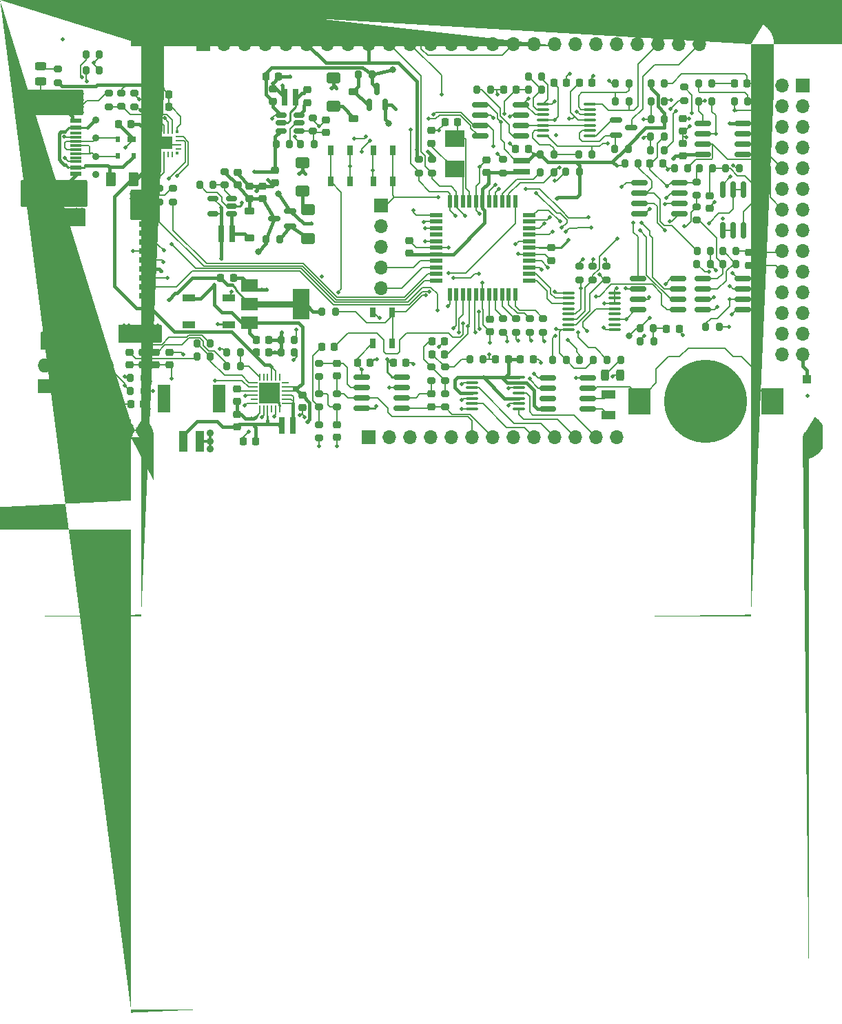
<source format=gbr>
G04 #@! TF.GenerationSoftware,KiCad,Pcbnew,7.0.6-0*
G04 #@! TF.CreationDate,2023-12-03T22:32:08+05:30*
G04 #@! TF.ProjectId,PSLab,50534c61-622e-46b6-9963-61645f706362,v6.0-beta*
G04 #@! TF.SameCoordinates,Original*
G04 #@! TF.FileFunction,Copper,L1,Top*
G04 #@! TF.FilePolarity,Positive*
%FSLAX46Y46*%
G04 Gerber Fmt 4.6, Leading zero omitted, Abs format (unit mm)*
G04 Created by KiCad (PCBNEW 7.0.6-0) date 2023-12-03 22:32:08*
%MOMM*%
%LPD*%
G01*
G04 APERTURE LIST*
G04 Aperture macros list*
%AMRoundRect*
0 Rectangle with rounded corners*
0 $1 Rounding radius*
0 $2 $3 $4 $5 $6 $7 $8 $9 X,Y pos of 4 corners*
0 Add a 4 corners polygon primitive as box body*
4,1,4,$2,$3,$4,$5,$6,$7,$8,$9,$2,$3,0*
0 Add four circle primitives for the rounded corners*
1,1,$1+$1,$2,$3*
1,1,$1+$1,$4,$5*
1,1,$1+$1,$6,$7*
1,1,$1+$1,$8,$9*
0 Add four rect primitives between the rounded corners*
20,1,$1+$1,$2,$3,$4,$5,0*
20,1,$1+$1,$4,$5,$6,$7,0*
20,1,$1+$1,$6,$7,$8,$9,0*
20,1,$1+$1,$8,$9,$2,$3,0*%
%AMFreePoly0*
4,1,196,1.486708,2.396263,1.488166,2.395953,1.649636,2.284828,1.649726,2.284688,1.649888,2.284643,1.846612,2.130321,1.846747,2.130080,1.847006,2.129978,2.040306,1.942648,2.040400,1.942428,2.040613,1.942322,2.222723,1.731085,2.222795,1.730866,2.222990,1.730746,2.386142,1.504704,2.386199,1.504463,2.386397,1.504314,2.522824,1.272566,2.522845,1.272411,2.522966,1.272309,
2.536841,1.245207,2.536852,1.245065,2.536955,1.244968,2.604770,1.093253,2.604774,1.093074,2.604895,1.092945,2.670355,0.915733,2.670349,0.915592,2.670441,0.915482,2.728100,0.729504,2.728086,0.729353,2.728175,0.729233,2.772586,0.551214,2.772565,0.551075,2.772643,0.550958,2.786975,0.477203,2.786939,0.477028,2.787028,0.476873,2.805291,0.331419,2.805246,0.331257,
2.805320,0.331107,2.816083,0.158613,2.816044,0.158499,2.816092,0.158389,2.819348,-0.026977,2.819308,-0.027077,2.819348,-0.027180,2.815091,-0.211240,2.815040,-0.211354,2.815080,-0.211472,2.803306,-0.380057,2.803232,-0.380204,2.803275,-0.380363,2.787407,-0.500589,2.787274,-0.500818,2.787317,-0.501081,2.720043,-0.786853,2.719880,-0.787079,2.719896,-0.787356,2.619266,-1.075411,
2.619091,-1.075606,2.619080,-1.075870,2.490731,-1.352015,2.490539,-1.352191,2.490503,-1.352449,2.363179,-1.568195,2.362942,-1.568373,2.362868,-1.568661,2.159913,-1.838222,2.159636,-1.838384,2.159519,-1.838685,1.926024,-2.080922,1.925735,-2.081047,1.925586,-2.081326,1.665239,-2.293825,1.664939,-2.293914,1.664761,-2.294170,1.381250,-2.474516,1.380942,-2.474570,1.380734,-2.474803,
1.077747,-2.620582,1.077430,-2.620599,1.077194,-2.620808,0.758420,-2.729607,0.758132,-2.729588,0.757898,-2.729754,0.501029,-2.787329,0.500777,-2.787285,0.500556,-2.787411,0.372955,-2.803357,0.372798,-2.803314,0.372652,-2.803386,0.216242,-2.813341,0.216139,-2.813306,0.216040,-2.813350,0.043711,-2.817343,0.043625,-2.817309,0.043540,-2.817344,-0.131817,-2.815407,-0.131907,-2.815368,
-0.131999,-2.815401,-0.297491,-2.807564,-0.297607,-2.807509,-0.297732,-2.807547,-0.440466,-2.793842,-0.440598,-2.793771,-0.440744,-2.793807,-0.498174,-2.785012,-0.498375,-2.784890,-0.498610,-2.784926,-0.820934,-2.705747,-0.821194,-2.705555,-0.821517,-2.705565,-1.131867,-2.587632,-1.132094,-2.587417,-1.132406,-2.587390,-1.427102,-2.433462,-1.427298,-2.433227,-1.427598,-2.433165,-1.702963,-2.245999,
-1.703129,-2.245744,-1.703417,-2.245650,-1.955773,-2.028004,-1.955910,-2.027731,-1.956187,-2.027603,-2.181854,-1.782236,-2.181961,-1.781942,-2.182227,-1.781779,-2.377527,-1.511449,-2.377594,-1.511166,-2.377824,-1.510987,-2.511110,-1.275855,-2.511141,-1.275604,-2.511325,-1.275430,-2.584503,-1.111692,-2.584507,-1.111513,-2.584629,-1.111382,-2.653995,-0.923319,-2.653989,-0.923170,-2.654084,-0.923056,
-2.713729,-0.728623,-2.713713,-0.728459,-2.713810,-0.728327,-2.757825,-0.545480,-2.757803,-0.545344,-2.757878,-0.545231,-2.766198,-0.500856,-2.766165,-0.500699,-2.766245,-0.500559,-2.784356,-0.356581,-2.784311,-0.356417,-2.784385,-0.356267,-2.795021,-0.184902,-2.794982,-0.184788,-2.795030,-0.184678,-2.798193,-0.000134,-2.798158,-0.000045,-2.798193,0.000043,-2.798190,0.000208,-2.798184,0.000220,
-2.798190,0.000234,-2.793888,0.183587,-2.793837,0.183701,-2.793877,0.183819,-2.782107,0.352103,-2.782033,0.352250,-2.782076,0.352409,-2.765969,0.474229,-2.765832,0.474465,-2.765875,0.474735,-2.686758,0.806050,-2.686570,0.806309,-2.686582,0.806629,-2.568597,1.124172,-2.568381,1.124404,-2.568355,1.124719,-2.413658,1.425158,-2.413418,1.425361,-2.413355,1.425670,-2.224102,1.705677,
-2.223839,1.705850,-2.223741,1.706148,-2.002087,1.962391,-2.001806,1.962532,-2.001671,1.962819,-1.749775,2.191969,-1.749523,2.192059,-1.749386,2.192288,-1.565496,2.328509,-1.565390,2.328535,-1.565331,2.328626,-1.466267,2.395969,-1.464821,2.396268,-1.463456,2.396834,1.485331,2.396834,1.486708,2.396263,1.486708,2.396263,$1*%
%AMFreePoly1*
4,1,163,1.487740,2.396257,1.489213,2.395932,1.628816,2.298342,1.628903,2.298204,1.629062,2.298159,1.888462,2.092120,1.888611,2.091850,1.888897,2.091731,2.125547,1.853746,2.125663,1.853461,2.125931,1.853312,2.332455,1.590876,2.332502,1.590708,2.332649,1.590613,2.349982,1.565349,2.349985,1.565333,2.349998,1.565325,2.417139,1.466261,2.417436,1.464817,2.418000,1.463456,
2.418000,-1.486348,2.417423,-1.487740,2.417098,-1.489213,2.319507,-1.628817,2.319367,-1.628905,2.319322,-1.629065,2.108739,-1.893712,2.108457,-1.893868,2.108332,-1.894164,1.865640,-2.132861,1.865348,-2.132978,1.865192,-2.133252,1.593814,-2.343059,1.593512,-2.343140,1.593328,-2.343390,1.296687,-2.521370,1.296510,-2.521396,1.296396,-2.521531,1.254744,-2.542888,1.254597,-2.542899,
1.254497,-2.543006,1.116477,-2.604495,1.116303,-2.604499,1.116177,-2.604617,0.951767,-2.665454,0.951634,-2.665448,0.951533,-2.665534,0.776447,-2.720649,0.776313,-2.720637,0.776207,-2.720718,0.606158,-2.765040,0.606014,-2.765020,0.605893,-2.765102,0.498413,-2.786967,0.498212,-2.786928,0.498035,-2.787029,0.368315,-2.803206,0.368158,-2.803162,0.368014,-2.803234,0.209918,-2.813293,
0.209815,-2.813257,0.209715,-2.813302,0.036201,-2.817270,0.036113,-2.817236,0.036027,-2.817271,-0.139948,-2.815174,-0.140040,-2.815134,-0.140134,-2.815168,-0.305613,-2.807031,-0.305734,-2.806973,-0.305863,-2.807012,-0.447890,-2.792862,-0.448020,-2.792791,-0.448166,-2.792827,-0.498189,-2.785010,-0.498383,-2.784891,-0.498610,-2.784926,-0.820934,-2.705747,-0.821194,-2.705555,-0.821517,-2.705565,
-1.131867,-2.587632,-1.132094,-2.587417,-1.132406,-2.587390,-1.427102,-2.433462,-1.427298,-2.433227,-1.427598,-2.433165,-1.702963,-2.245999,-1.703129,-2.245744,-1.703417,-2.245650,-1.955773,-2.028004,-1.955910,-2.027731,-1.956187,-2.027603,-2.181854,-1.782236,-2.181961,-1.781942,-2.182227,-1.781779,-2.377527,-1.511449,-2.377594,-1.511166,-2.377824,-1.510987,-2.511110,-1.275855,-2.511141,-1.275604,
-2.511325,-1.275430,-2.584503,-1.111692,-2.584507,-1.111513,-2.584629,-1.111382,-2.653995,-0.923319,-2.653989,-0.923170,-2.654084,-0.923056,-2.713729,-0.728623,-2.713713,-0.728459,-2.713810,-0.728327,-2.757825,-0.545480,-2.757803,-0.545344,-2.757878,-0.545231,-2.766198,-0.500856,-2.766165,-0.500699,-2.766245,-0.500559,-2.784356,-0.356581,-2.784311,-0.356417,-2.784385,-0.356267,-2.795021,-0.184902,
-2.794982,-0.184788,-2.795030,-0.184678,-2.798193,-0.000134,-2.798158,-0.000045,-2.798193,0.000043,-2.798190,0.000208,-2.798184,0.000220,-2.798190,0.000234,-2.793888,0.183587,-2.793837,0.183701,-2.793877,0.183819,-2.782107,0.352103,-2.782033,0.352250,-2.782076,0.352409,-2.765969,0.474229,-2.765832,0.474465,-2.765875,0.474735,-2.686758,0.806050,-2.686570,0.806309,-2.686582,0.806629,
-2.568597,1.124172,-2.568381,1.124404,-2.568355,1.124719,-2.413658,1.425158,-2.413418,1.425361,-2.413355,1.425670,-2.224102,1.705677,-2.223839,1.705850,-2.223741,1.706148,-2.002087,1.962391,-2.001806,1.962532,-2.001671,1.962819,-1.749775,2.191969,-1.749523,2.192059,-1.749386,2.192288,-1.565496,2.328509,-1.565390,2.328535,-1.565331,2.328626,-1.466267,2.395969,-1.464821,2.396268,
-1.463456,2.396834,1.486348,2.396834,1.487740,2.396257,1.487740,2.396257,$1*%
G04 Aperture macros list end*
G04 #@! TA.AperFunction,SMDPad,CuDef*
%ADD10RoundRect,0.200000X-0.200000X-0.275000X0.200000X-0.275000X0.200000X0.275000X-0.200000X0.275000X0*%
G04 #@! TD*
G04 #@! TA.AperFunction,SMDPad,CuDef*
%ADD11RoundRect,0.200000X-0.275000X0.200000X-0.275000X-0.200000X0.275000X-0.200000X0.275000X0.200000X0*%
G04 #@! TD*
G04 #@! TA.AperFunction,SMDPad,CuDef*
%ADD12RoundRect,0.200000X0.200000X0.275000X-0.200000X0.275000X-0.200000X-0.275000X0.200000X-0.275000X0*%
G04 #@! TD*
G04 #@! TA.AperFunction,SMDPad,CuDef*
%ADD13RoundRect,0.200000X0.275000X-0.200000X0.275000X0.200000X-0.275000X0.200000X-0.275000X-0.200000X0*%
G04 #@! TD*
G04 #@! TA.AperFunction,SMDPad,CuDef*
%ADD14R,0.800000X1.200000*%
G04 #@! TD*
G04 #@! TA.AperFunction,SMDPad,CuDef*
%ADD15RoundRect,0.250000X-0.375000X-0.625000X0.375000X-0.625000X0.375000X0.625000X-0.375000X0.625000X0*%
G04 #@! TD*
G04 #@! TA.AperFunction,SMDPad,CuDef*
%ADD16RoundRect,0.225000X0.225000X0.250000X-0.225000X0.250000X-0.225000X-0.250000X0.225000X-0.250000X0*%
G04 #@! TD*
G04 #@! TA.AperFunction,SMDPad,CuDef*
%ADD17RoundRect,0.225000X-0.225000X-0.250000X0.225000X-0.250000X0.225000X0.250000X-0.225000X0.250000X0*%
G04 #@! TD*
G04 #@! TA.AperFunction,SMDPad,CuDef*
%ADD18RoundRect,0.225000X-0.250000X0.225000X-0.250000X-0.225000X0.250000X-0.225000X0.250000X0.225000X0*%
G04 #@! TD*
G04 #@! TA.AperFunction,SMDPad,CuDef*
%ADD19RoundRect,0.225000X0.250000X-0.225000X0.250000X0.225000X-0.250000X0.225000X-0.250000X-0.225000X0*%
G04 #@! TD*
G04 #@! TA.AperFunction,SMDPad,CuDef*
%ADD20RoundRect,0.250000X-0.600000X0.400000X-0.600000X-0.400000X0.600000X-0.400000X0.600000X0.400000X0*%
G04 #@! TD*
G04 #@! TA.AperFunction,SMDPad,CuDef*
%ADD21RoundRect,0.243750X0.243750X0.456250X-0.243750X0.456250X-0.243750X-0.456250X0.243750X-0.456250X0*%
G04 #@! TD*
G04 #@! TA.AperFunction,SMDPad,CuDef*
%ADD22RoundRect,0.243750X0.456250X-0.243750X0.456250X0.243750X-0.456250X0.243750X-0.456250X-0.243750X0*%
G04 #@! TD*
G04 #@! TA.AperFunction,SMDPad,CuDef*
%ADD23RoundRect,0.250000X0.600000X-0.400000X0.600000X0.400000X-0.600000X0.400000X-0.600000X-0.400000X0*%
G04 #@! TD*
G04 #@! TA.AperFunction,SMDPad,CuDef*
%ADD24R,1.500000X0.900000*%
G04 #@! TD*
G04 #@! TA.AperFunction,SMDPad,CuDef*
%ADD25RoundRect,0.150000X-0.825000X-0.150000X0.825000X-0.150000X0.825000X0.150000X-0.825000X0.150000X0*%
G04 #@! TD*
G04 #@! TA.AperFunction,SMDPad,CuDef*
%ADD26RoundRect,0.150000X0.825000X0.150000X-0.825000X0.150000X-0.825000X-0.150000X0.825000X-0.150000X0*%
G04 #@! TD*
G04 #@! TA.AperFunction,SMDPad,CuDef*
%ADD27RoundRect,0.100000X0.637500X0.100000X-0.637500X0.100000X-0.637500X-0.100000X0.637500X-0.100000X0*%
G04 #@! TD*
G04 #@! TA.AperFunction,SMDPad,CuDef*
%ADD28R,1.000000X0.700000*%
G04 #@! TD*
G04 #@! TA.AperFunction,SMDPad,CuDef*
%ADD29R,0.600000X0.700000*%
G04 #@! TD*
G04 #@! TA.AperFunction,ComponentPad*
%ADD30FreePoly0,180.000000*%
G04 #@! TD*
G04 #@! TA.AperFunction,ComponentPad*
%ADD31FreePoly0,0.000000*%
G04 #@! TD*
G04 #@! TA.AperFunction,ComponentPad*
%ADD32FreePoly1,270.000000*%
G04 #@! TD*
G04 #@! TA.AperFunction,ComponentPad*
%ADD33R,1.700000X1.700000*%
G04 #@! TD*
G04 #@! TA.AperFunction,ComponentPad*
%ADD34O,1.700000X1.700000*%
G04 #@! TD*
G04 #@! TA.AperFunction,SMDPad,CuDef*
%ADD35R,1.800000X1.000000*%
G04 #@! TD*
G04 #@! TA.AperFunction,SMDPad,CuDef*
%ADD36R,0.550000X1.500000*%
G04 #@! TD*
G04 #@! TA.AperFunction,SMDPad,CuDef*
%ADD37R,1.500000X0.550000*%
G04 #@! TD*
G04 #@! TA.AperFunction,SMDPad,CuDef*
%ADD38RoundRect,0.150000X-0.587500X-0.150000X0.587500X-0.150000X0.587500X0.150000X-0.587500X0.150000X0*%
G04 #@! TD*
G04 #@! TA.AperFunction,SMDPad,CuDef*
%ADD39C,0.500000*%
G04 #@! TD*
G04 #@! TA.AperFunction,SMDPad,CuDef*
%ADD40RoundRect,0.100000X-0.637500X-0.100000X0.637500X-0.100000X0.637500X0.100000X-0.637500X0.100000X0*%
G04 #@! TD*
G04 #@! TA.AperFunction,SMDPad,CuDef*
%ADD41R,2.800000X3.200000*%
G04 #@! TD*
G04 #@! TA.AperFunction,SMDPad,CuDef*
%ADD42C,10.200000*%
G04 #@! TD*
G04 #@! TA.AperFunction,SMDPad,CuDef*
%ADD43RoundRect,0.150000X0.150000X-0.587500X0.150000X0.587500X-0.150000X0.587500X-0.150000X-0.587500X0*%
G04 #@! TD*
G04 #@! TA.AperFunction,SMDPad,CuDef*
%ADD44C,0.800000*%
G04 #@! TD*
G04 #@! TA.AperFunction,SMDPad,CuDef*
%ADD45R,2.000000X1.500000*%
G04 #@! TD*
G04 #@! TA.AperFunction,SMDPad,CuDef*
%ADD46R,2.000000X3.800000*%
G04 #@! TD*
G04 #@! TA.AperFunction,SMDPad,CuDef*
%ADD47R,0.650000X2.000000*%
G04 #@! TD*
G04 #@! TA.AperFunction,SMDPad,CuDef*
%ADD48RoundRect,0.225000X-0.375000X0.225000X-0.375000X-0.225000X0.375000X-0.225000X0.375000X0.225000X0*%
G04 #@! TD*
G04 #@! TA.AperFunction,SMDPad,CuDef*
%ADD49RoundRect,0.100000X0.100000X0.100000X-0.100000X0.100000X-0.100000X-0.100000X0.100000X-0.100000X0*%
G04 #@! TD*
G04 #@! TA.AperFunction,SMDPad,CuDef*
%ADD50O,0.700000X0.200000*%
G04 #@! TD*
G04 #@! TA.AperFunction,SMDPad,CuDef*
%ADD51O,0.200000X0.700000*%
G04 #@! TD*
G04 #@! TA.AperFunction,SMDPad,CuDef*
%ADD52R,1.600000X1.600000*%
G04 #@! TD*
G04 #@! TA.AperFunction,SMDPad,CuDef*
%ADD53R,1.000000X1.000000*%
G04 #@! TD*
G04 #@! TA.AperFunction,SMDPad,CuDef*
%ADD54R,1.450000X0.600000*%
G04 #@! TD*
G04 #@! TA.AperFunction,SMDPad,CuDef*
%ADD55R,1.450000X0.300000*%
G04 #@! TD*
G04 #@! TA.AperFunction,SMDPad,CuDef*
%ADD56R,1.500000X2.020000*%
G04 #@! TD*
G04 #@! TA.AperFunction,SMDPad,CuDef*
%ADD57R,1.000000X2.600000*%
G04 #@! TD*
G04 #@! TA.AperFunction,SMDPad,CuDef*
%ADD58R,1.500000X3.400000*%
G04 #@! TD*
G04 #@! TA.AperFunction,SMDPad,CuDef*
%ADD59R,2.400000X2.000000*%
G04 #@! TD*
G04 #@! TA.AperFunction,SMDPad,CuDef*
%ADD60RoundRect,0.062500X-0.350000X-0.062500X0.350000X-0.062500X0.350000X0.062500X-0.350000X0.062500X0*%
G04 #@! TD*
G04 #@! TA.AperFunction,SMDPad,CuDef*
%ADD61RoundRect,0.062500X-0.062500X-0.350000X0.062500X-0.350000X0.062500X0.350000X-0.062500X0.350000X0*%
G04 #@! TD*
G04 #@! TA.AperFunction,SMDPad,CuDef*
%ADD62R,2.600000X2.600000*%
G04 #@! TD*
G04 #@! TA.AperFunction,SMDPad,CuDef*
%ADD63R,1.600000X0.700000*%
G04 #@! TD*
G04 #@! TA.AperFunction,SMDPad,CuDef*
%ADD64R,1.400000X1.200000*%
G04 #@! TD*
G04 #@! TA.AperFunction,SMDPad,CuDef*
%ADD65R,2.200000X1.200000*%
G04 #@! TD*
G04 #@! TA.AperFunction,SMDPad,CuDef*
%ADD66R,1.400000X1.600000*%
G04 #@! TD*
G04 #@! TA.AperFunction,ComponentPad*
%ADD67O,1.727200X1.727200*%
G04 #@! TD*
G04 #@! TA.AperFunction,ComponentPad*
%ADD68R,1.727200X1.727200*%
G04 #@! TD*
G04 #@! TA.AperFunction,SMDPad,CuDef*
%ADD69R,2.000000X0.650000*%
G04 #@! TD*
G04 #@! TA.AperFunction,SMDPad,CuDef*
%ADD70RoundRect,0.150000X-0.512500X-0.150000X0.512500X-0.150000X0.512500X0.150000X-0.512500X0.150000X0*%
G04 #@! TD*
G04 #@! TA.AperFunction,SMDPad,CuDef*
%ADD71RoundRect,0.150000X0.587500X0.150000X-0.587500X0.150000X-0.587500X-0.150000X0.587500X-0.150000X0*%
G04 #@! TD*
G04 #@! TA.AperFunction,SMDPad,CuDef*
%ADD72RoundRect,0.150000X0.512500X0.150000X-0.512500X0.150000X-0.512500X-0.150000X0.512500X-0.150000X0*%
G04 #@! TD*
G04 #@! TA.AperFunction,SMDPad,CuDef*
%ADD73RoundRect,0.218750X0.256250X-0.218750X0.256250X0.218750X-0.256250X0.218750X-0.256250X-0.218750X0*%
G04 #@! TD*
G04 #@! TA.AperFunction,SMDPad,CuDef*
%ADD74RoundRect,0.150000X0.150000X-0.825000X0.150000X0.825000X-0.150000X0.825000X-0.150000X-0.825000X0*%
G04 #@! TD*
G04 #@! TA.AperFunction,SMDPad,CuDef*
%ADD75RoundRect,0.218750X-0.256250X0.218750X-0.256250X-0.218750X0.256250X-0.218750X0.256250X0.218750X0*%
G04 #@! TD*
G04 #@! TA.AperFunction,ViaPad*
%ADD76C,0.500000*%
G04 #@! TD*
G04 #@! TA.AperFunction,ViaPad*
%ADD77C,0.914400*%
G04 #@! TD*
G04 #@! TA.AperFunction,Conductor*
%ADD78C,0.200000*%
G04 #@! TD*
G04 #@! TA.AperFunction,Conductor*
%ADD79C,0.400000*%
G04 #@! TD*
G04 #@! TA.AperFunction,Conductor*
%ADD80C,0.150000*%
G04 #@! TD*
G04 #@! TA.AperFunction,Conductor*
%ADD81C,0.250000*%
G04 #@! TD*
G04 #@! TA.AperFunction,Conductor*
%ADD82C,0.800000*%
G04 #@! TD*
G04 #@! TA.AperFunction,Conductor*
%ADD83C,0.304800*%
G04 #@! TD*
G04 APERTURE END LIST*
D10*
X177825000Y-62250000D03*
X179475000Y-62250000D03*
D11*
X150856000Y-88880000D03*
X150856000Y-90530000D03*
D10*
X162775000Y-54800000D03*
X164425000Y-54800000D03*
D12*
X164425000Y-53200000D03*
X162775000Y-53200000D03*
X188325000Y-76200000D03*
X186675000Y-76200000D03*
D11*
X152514000Y-92127000D03*
X152514000Y-93777000D03*
D10*
X186675000Y-74600000D03*
X188325000Y-74600000D03*
X173470000Y-54026000D03*
X175120000Y-54026000D03*
D12*
X185150000Y-76200000D03*
X183500000Y-76200000D03*
X179475000Y-60566500D03*
X177825000Y-60566500D03*
D10*
X177851000Y-58407500D03*
X179501000Y-58407500D03*
X177851000Y-56248500D03*
X179501000Y-56248500D03*
X164263000Y-62789000D03*
X165913000Y-62789000D03*
X173407000Y-62052500D03*
X175057000Y-62052500D03*
X168961000Y-62789000D03*
X170611000Y-62789000D03*
D12*
X185343500Y-56248500D03*
X183693500Y-56248500D03*
X179501000Y-54026000D03*
X177851000Y-54026000D03*
D13*
X137084000Y-90030000D03*
X137084000Y-88380000D03*
X139243000Y-93777000D03*
X139243000Y-92127000D03*
X137084000Y-93777000D03*
X137084000Y-92127000D03*
X152514000Y-90530000D03*
X152514000Y-88880000D03*
D10*
X180725000Y-64500000D03*
X182375000Y-64500000D03*
X172475000Y-88000000D03*
X174125000Y-88000000D03*
D13*
X105000000Y-53925000D03*
X105000000Y-52275000D03*
D11*
X119091000Y-66937000D03*
X119091000Y-68587000D03*
X117450000Y-66937000D03*
X117450000Y-68587000D03*
D13*
X114350000Y-56883000D03*
X114350000Y-55233000D03*
D12*
X186225000Y-83900000D03*
X184575000Y-83900000D03*
X157213000Y-87872000D03*
X155563000Y-87872000D03*
D13*
X137084000Y-97587000D03*
X137084000Y-95937000D03*
D14*
X140900000Y-66100000D03*
X140900000Y-62300000D03*
X138500000Y-62300000D03*
X138500000Y-66100000D03*
D12*
X110085000Y-52420000D03*
X108435000Y-52420000D03*
X110085000Y-50520000D03*
X108435000Y-50520000D03*
D15*
X111450000Y-65800000D03*
X114250000Y-65800000D03*
D16*
X126525000Y-77950000D03*
X124975000Y-77950000D03*
D17*
X159725000Y-54800000D03*
X161275000Y-54800000D03*
D18*
X189900000Y-74825000D03*
X189900000Y-76375000D03*
D17*
X169075000Y-54000000D03*
X170625000Y-54000000D03*
D16*
X143320000Y-88372000D03*
X141770000Y-88372000D03*
D19*
X150856000Y-93727000D03*
X150856000Y-92177000D03*
D17*
X146215000Y-88372000D03*
X147765000Y-88372000D03*
X188125000Y-54026000D03*
X189675000Y-54026000D03*
D20*
X138800000Y-53350000D03*
X138800000Y-56850000D03*
D21*
X174037500Y-89900000D03*
X172162500Y-89900000D03*
D22*
X102860000Y-53797500D03*
X102860000Y-51922500D03*
D23*
X135000000Y-67250000D03*
X135000000Y-63750000D03*
D19*
X139243000Y-89980000D03*
X139243000Y-88430000D03*
D16*
X138939000Y-86411000D03*
X137389000Y-86411000D03*
D17*
X150925000Y-85700000D03*
X152475000Y-85700000D03*
X165925000Y-54000000D03*
X167475000Y-54000000D03*
D12*
X178175000Y-85700000D03*
X176525000Y-85700000D03*
X185343000Y-54026000D03*
X183693000Y-54026000D03*
X189725000Y-56248500D03*
X188075000Y-56248500D03*
D24*
X121100000Y-80375000D03*
X121100000Y-83675000D03*
X126000000Y-83675000D03*
X126000000Y-80375000D03*
D11*
X111240000Y-55233000D03*
X111240000Y-56883000D03*
X112800000Y-55225000D03*
X112800000Y-56875000D03*
D12*
X175120000Y-56248500D03*
X173470000Y-56248500D03*
D25*
X184203000Y-78045000D03*
X184203000Y-79315000D03*
X184203000Y-80585000D03*
X184203000Y-81855000D03*
X189153000Y-81855000D03*
X189153000Y-80585000D03*
X189153000Y-79315000D03*
X189153000Y-78045000D03*
D26*
X147243000Y-93904000D03*
X147243000Y-92634000D03*
X147243000Y-91364000D03*
X147243000Y-90094000D03*
X142293000Y-90094000D03*
X142293000Y-91364000D03*
X142293000Y-92634000D03*
X142293000Y-93904000D03*
D25*
X184203000Y-58979000D03*
X184203000Y-60249000D03*
X184203000Y-61519000D03*
X184203000Y-62789000D03*
X189153000Y-62789000D03*
X189153000Y-61519000D03*
X189153000Y-60249000D03*
X189153000Y-58979000D03*
D27*
X173402500Y-84305000D03*
X173402500Y-83655000D03*
X173402500Y-83005000D03*
X173402500Y-82355000D03*
X173402500Y-81705000D03*
X173402500Y-81055000D03*
X173402500Y-80405000D03*
X173402500Y-79755000D03*
X167677500Y-79755000D03*
X167677500Y-80405000D03*
X167677500Y-81055000D03*
X167677500Y-81705000D03*
X167677500Y-82355000D03*
X167677500Y-83005000D03*
X167677500Y-83655000D03*
X167677500Y-84305000D03*
D25*
X176225000Y-78045000D03*
X176225000Y-79315000D03*
X176225000Y-80585000D03*
X176225000Y-81855000D03*
X181175000Y-81855000D03*
X181175000Y-80585000D03*
X181175000Y-79315000D03*
X181175000Y-78045000D03*
D28*
X114050000Y-60900000D03*
D29*
X112350000Y-60900000D03*
X112350000Y-62900000D03*
X114250000Y-62900000D03*
D30*
X113940000Y-97440000D03*
D31*
X190150000Y-49200000D03*
X115210000Y-49190000D03*
D32*
X196480000Y-97430000D03*
D33*
X196520000Y-54280000D03*
D34*
X193980000Y-54280000D03*
X196520000Y-56820000D03*
X193980000Y-56820000D03*
X196520000Y-59360000D03*
X193980000Y-59360000D03*
X196520000Y-61900000D03*
X193980000Y-61900000D03*
X196520000Y-64440000D03*
X193980000Y-64440000D03*
X196520000Y-66980000D03*
X193980000Y-66980000D03*
X196520000Y-69520000D03*
X193980000Y-69520000D03*
X196520000Y-72060000D03*
X193980000Y-72060000D03*
X196520000Y-74600000D03*
X193980000Y-74600000D03*
X196520000Y-77140000D03*
X193980000Y-77140000D03*
X196520000Y-79680000D03*
X193980000Y-79680000D03*
X196520000Y-82220000D03*
X193980000Y-82220000D03*
X196520000Y-84760000D03*
X193980000Y-84760000D03*
X196520000Y-87300000D03*
X193980000Y-87300000D03*
D16*
X160325000Y-87872000D03*
X158775000Y-87872000D03*
D13*
X159660000Y-84569000D03*
X159660000Y-82919000D03*
X161310000Y-84569000D03*
X161310000Y-82919000D03*
X162966000Y-84569000D03*
X162966000Y-82919000D03*
X164610000Y-84569000D03*
X164610000Y-82919000D03*
D17*
X161825000Y-87872000D03*
X163375000Y-87872000D03*
D19*
X148133000Y-74867000D03*
X148133000Y-73317000D03*
X150900000Y-61375000D03*
X150900000Y-59825000D03*
D16*
X154075000Y-58800000D03*
X152525000Y-58800000D03*
D19*
X157658000Y-64961000D03*
X157658000Y-63411000D03*
D18*
X165600000Y-74225000D03*
X165600000Y-75775000D03*
X158039000Y-82969000D03*
X158039000Y-84519000D03*
D13*
X181900000Y-56150000D03*
X181900000Y-54500000D03*
D26*
X170103000Y-93967000D03*
X170103000Y-92697000D03*
X170103000Y-91427000D03*
X170103000Y-90157000D03*
X165153000Y-90157000D03*
X165153000Y-91427000D03*
X165153000Y-92697000D03*
X165153000Y-93967000D03*
D35*
X172600000Y-94750000D03*
X172600000Y-92250000D03*
D13*
X159700000Y-65011000D03*
X159700000Y-63361000D03*
X149300000Y-65011000D03*
X149300000Y-63361000D03*
X150928000Y-65011000D03*
X150928000Y-63361000D03*
D10*
X164263000Y-64948000D03*
X165913000Y-64948000D03*
D36*
X153150000Y-79919000D03*
X153950000Y-79919000D03*
X154750000Y-79919000D03*
X155550000Y-79919000D03*
X156350000Y-79919000D03*
X157150000Y-79919000D03*
X157950000Y-79919000D03*
X158750000Y-79919000D03*
X159550000Y-79919000D03*
X160350000Y-79919000D03*
X161150000Y-79919000D03*
D37*
X162850000Y-78219000D03*
X162850000Y-77419000D03*
X162850000Y-76619000D03*
X162850000Y-75819000D03*
X162850000Y-75019000D03*
X162850000Y-74219000D03*
X162850000Y-73419000D03*
X162850000Y-72619000D03*
X162850000Y-71819000D03*
X162850000Y-71019000D03*
X162850000Y-70219000D03*
D36*
X161150000Y-68519000D03*
X160350000Y-68519000D03*
X159550000Y-68519000D03*
X158750000Y-68519000D03*
X157950000Y-68519000D03*
X157150000Y-68519000D03*
X156350000Y-68519000D03*
X155550000Y-68519000D03*
X154750000Y-68519000D03*
X153950000Y-68519000D03*
X153150000Y-68519000D03*
D37*
X151450000Y-70219000D03*
X151450000Y-71019000D03*
X151450000Y-71819000D03*
X151450000Y-72619000D03*
X151450000Y-73419000D03*
X151450000Y-74219000D03*
X151450000Y-75019000D03*
X151450000Y-75819000D03*
X151450000Y-76619000D03*
X151450000Y-77419000D03*
X151450000Y-78219000D03*
D33*
X122860000Y-49200000D03*
D34*
X125400000Y-49200000D03*
X127940000Y-49200000D03*
X130480000Y-49200000D03*
X133020000Y-49200000D03*
X135560000Y-49200000D03*
X138100000Y-49200000D03*
X140640000Y-49200000D03*
X143180000Y-49200000D03*
X145720000Y-49200000D03*
X148260000Y-49200000D03*
X150800000Y-49200000D03*
X153340000Y-49200000D03*
X155880000Y-49200000D03*
X158420000Y-49200000D03*
X160960000Y-49200000D03*
X163500000Y-49200000D03*
X166040000Y-49200000D03*
X168580000Y-49200000D03*
X171120000Y-49200000D03*
X173660000Y-49200000D03*
X176200000Y-49200000D03*
X178740000Y-49200000D03*
X181280000Y-49200000D03*
X183820000Y-49200000D03*
D33*
X143180000Y-97494000D03*
D34*
X145720000Y-97494000D03*
X148260000Y-97494000D03*
X150800000Y-97494000D03*
X153340000Y-97494000D03*
X155880000Y-97494000D03*
X158420000Y-97494000D03*
X160960000Y-97494000D03*
X163500000Y-97494000D03*
X166040000Y-97494000D03*
X168580000Y-97494000D03*
X171120000Y-97494000D03*
X173660000Y-97494000D03*
D38*
X173548500Y-58537000D03*
X173548500Y-60437000D03*
X175423500Y-59487000D03*
D17*
X112425000Y-59000000D03*
X113975000Y-59000000D03*
D39*
X197060000Y-92420000D03*
X197060000Y-48820000D03*
D12*
X115525000Y-90200000D03*
X113875000Y-90200000D03*
X115525000Y-91800000D03*
X113875000Y-91800000D03*
D39*
X105560000Y-48620000D03*
D40*
X164574500Y-56584500D03*
X164574500Y-57234500D03*
X164574500Y-57884500D03*
X164574500Y-58534500D03*
X164574500Y-59184500D03*
X164574500Y-59834500D03*
X164574500Y-60484500D03*
X170299500Y-60484500D03*
X170299500Y-59834500D03*
X170299500Y-59184500D03*
X170299500Y-58534500D03*
X170299500Y-57884500D03*
X170299500Y-57234500D03*
X170299500Y-56584500D03*
D41*
X176420000Y-93075000D03*
X192780000Y-93075000D03*
D42*
X184600000Y-93075000D03*
D19*
X181800000Y-62975000D03*
X181800000Y-61425000D03*
D17*
X113925000Y-93400000D03*
X115475000Y-93400000D03*
D18*
X139243000Y-95923000D03*
X139243000Y-97473000D03*
D10*
X141900000Y-52980000D03*
X143550000Y-52980000D03*
D33*
X144660000Y-69012000D03*
D34*
X144660000Y-71552000D03*
X144660000Y-74092000D03*
X144660000Y-76632000D03*
X144660000Y-79172000D03*
D43*
X143250000Y-56637500D03*
X145150000Y-56637500D03*
X144200000Y-54762500D03*
D44*
X146090000Y-52380000D03*
D12*
X139052000Y-82029500D03*
X137402000Y-82029500D03*
D14*
X146070000Y-85980000D03*
X146070000Y-82180000D03*
X143670000Y-82180000D03*
X143670000Y-85980000D03*
D40*
X155875000Y-90112000D03*
X155875000Y-90762000D03*
X155875000Y-91412000D03*
X155875000Y-92062000D03*
X155875000Y-92712000D03*
X155875000Y-93362000D03*
X155875000Y-94012000D03*
X161600000Y-94012000D03*
X161600000Y-93362000D03*
X161600000Y-92712000D03*
X161600000Y-92062000D03*
X161600000Y-91412000D03*
X161600000Y-90762000D03*
X161600000Y-90112000D03*
D10*
X167375000Y-64900000D03*
X169025000Y-64900000D03*
D16*
X129275000Y-98000000D03*
X127725000Y-98000000D03*
D45*
X128550000Y-78825000D03*
X128550000Y-81125000D03*
D46*
X134850000Y-81125000D03*
D45*
X128550000Y-83425000D03*
D47*
X133875000Y-96000000D03*
X132525000Y-96000000D03*
D48*
X128500000Y-69750000D03*
X128500000Y-73050000D03*
D47*
X125025000Y-72500000D03*
X126375000Y-72500000D03*
D12*
X124025000Y-66500000D03*
X122375000Y-66500000D03*
D49*
X119600000Y-62600000D03*
D50*
X119750000Y-62050000D03*
X119750000Y-61550000D03*
X119750000Y-61050000D03*
X119750000Y-60550000D03*
D49*
X119600000Y-60000000D03*
D51*
X119050000Y-59850000D03*
X118550000Y-59850000D03*
X118050000Y-59850000D03*
X117550000Y-59850000D03*
D49*
X117000000Y-60000000D03*
D50*
X116850000Y-60550000D03*
X116850000Y-61050000D03*
X116850000Y-61550000D03*
X116850000Y-62050000D03*
D49*
X117000000Y-62600000D03*
D51*
X117550000Y-62750000D03*
X118050000Y-62750000D03*
X118550000Y-62750000D03*
X119050000Y-62750000D03*
D52*
X118300000Y-61300000D03*
D16*
X118575000Y-55400000D03*
X117025000Y-55400000D03*
X118575000Y-56950000D03*
X117025000Y-56950000D03*
D44*
X145650000Y-58975000D03*
X175200000Y-85000000D03*
D53*
X197028000Y-90348000D03*
D13*
X169030000Y-78135000D03*
X169030000Y-76485000D03*
X170680000Y-78135000D03*
X170680000Y-76485000D03*
D12*
X158125000Y-54800000D03*
X156475000Y-54800000D03*
D13*
X172330000Y-78135000D03*
X172330000Y-76485000D03*
D19*
X126960000Y-96195000D03*
X126960000Y-94645000D03*
D54*
X107145000Y-58650000D03*
X107145000Y-59450000D03*
D55*
X107145000Y-60650000D03*
X107145000Y-61650000D03*
X107145000Y-62150000D03*
X107145000Y-63150000D03*
D54*
X107145000Y-64350000D03*
X107145000Y-65150000D03*
X107145000Y-65150000D03*
X107145000Y-64350000D03*
D55*
X107145000Y-63650000D03*
X107145000Y-62650000D03*
X107145000Y-61150000D03*
X107145000Y-60150000D03*
D54*
X107145000Y-59450000D03*
X107145000Y-58650000D03*
D56*
X106200000Y-56570000D03*
X102200000Y-56570000D03*
X106200000Y-67230000D03*
X102200000Y-67230000D03*
D12*
X134025000Y-85500000D03*
X132375000Y-85500000D03*
D14*
X146150000Y-66100000D03*
X146150000Y-62300000D03*
X143750000Y-62300000D03*
X143750000Y-66100000D03*
D16*
X152475000Y-87300000D03*
X150925000Y-87300000D03*
D17*
X177725000Y-63850000D03*
X179275000Y-63850000D03*
D10*
X165775000Y-88000000D03*
X167425000Y-88000000D03*
X169075000Y-88000000D03*
X170725000Y-88000000D03*
D25*
X156905000Y-56635000D03*
X156905000Y-57905000D03*
X156905000Y-59175000D03*
X156905000Y-60445000D03*
X161855000Y-60445000D03*
X161855000Y-59175000D03*
X161855000Y-57905000D03*
X161855000Y-56635000D03*
D19*
X128550000Y-68175000D03*
X128550000Y-66625000D03*
X130100000Y-68175000D03*
X130100000Y-66625000D03*
D57*
X120400000Y-98000000D03*
X122400000Y-98000000D03*
D58*
X118050000Y-92700000D03*
X124750000Y-92700000D03*
D18*
X127000000Y-91525000D03*
X127000000Y-93075000D03*
D10*
X187025000Y-64500000D03*
X188675000Y-64500000D03*
D12*
X185425000Y-64500000D03*
X183775000Y-64500000D03*
D18*
X181800000Y-58325000D03*
X181800000Y-59875000D03*
D59*
X153700000Y-64550000D03*
X153700000Y-60850000D03*
D19*
X127050000Y-66475000D03*
X127050000Y-64925000D03*
D12*
X134025000Y-87100000D03*
X132375000Y-87100000D03*
D60*
X129062500Y-90800000D03*
X129062500Y-91300000D03*
X129062500Y-91800000D03*
X129062500Y-92300000D03*
X129062500Y-92800000D03*
X129062500Y-93300000D03*
D61*
X129750000Y-93987500D03*
X130250000Y-93987500D03*
X130750000Y-93987500D03*
X131250000Y-93987500D03*
X131750000Y-93987500D03*
X132250000Y-93987500D03*
D60*
X132937500Y-93300000D03*
X132937500Y-92800000D03*
X132937500Y-92300000D03*
X132937500Y-91800000D03*
X132937500Y-91300000D03*
X132937500Y-90800000D03*
D61*
X132250000Y-90112500D03*
X131750000Y-90112500D03*
X131250000Y-90112500D03*
X130750000Y-90112500D03*
X130250000Y-90112500D03*
X129750000Y-90112500D03*
D62*
X131000000Y-92050000D03*
D63*
X115700000Y-80150000D03*
X115700000Y-79050000D03*
X115700000Y-77950000D03*
X115700000Y-76850000D03*
X115700000Y-75750000D03*
X115700000Y-74650000D03*
X115700000Y-73550000D03*
X115700000Y-72450000D03*
X115700000Y-71350000D03*
D64*
X115200000Y-70150000D03*
D65*
X105600000Y-70150000D03*
D66*
X115200000Y-84750000D03*
D65*
X105600000Y-85650000D03*
D67*
X103365500Y-88697000D03*
D68*
X103365500Y-91237000D03*
D67*
X105905500Y-88697000D03*
X105905500Y-91237000D03*
X108445500Y-88697000D03*
X108445500Y-91237000D03*
X110985500Y-88697000D03*
X110985500Y-91237000D03*
D12*
X178150000Y-84130000D03*
X176500000Y-84130000D03*
D69*
X161976000Y-63511000D03*
X161976000Y-64861000D03*
D16*
X130875000Y-85500000D03*
X129325000Y-85500000D03*
X162775000Y-62100000D03*
X161225000Y-62100000D03*
D18*
X135000000Y-92325000D03*
X135000000Y-93875000D03*
D17*
X129325000Y-87100000D03*
X130875000Y-87100000D03*
D18*
X135600000Y-54825000D03*
X135600000Y-56375000D03*
X137900000Y-58525000D03*
X137900000Y-60075000D03*
X131400000Y-54725000D03*
X131400000Y-56275000D03*
D10*
X131775000Y-61500000D03*
X133425000Y-61500000D03*
D11*
X136300000Y-58275000D03*
X136300000Y-59925000D03*
D70*
X132362500Y-57950000D03*
X132362500Y-58900000D03*
X132362500Y-59850000D03*
X134637500Y-59850000D03*
X134637500Y-58900000D03*
X134637500Y-57950000D03*
D48*
X141300000Y-55050000D03*
X141300000Y-58350000D03*
D11*
X125500000Y-64875000D03*
X125500000Y-66525000D03*
D44*
X129600000Y-74700000D03*
X132050000Y-67600000D03*
D12*
X132210000Y-73200000D03*
X130560000Y-73200000D03*
D20*
X135700000Y-69575000D03*
X135700000Y-73075000D03*
D71*
X133465000Y-71600000D03*
X133465000Y-69700000D03*
X131590000Y-70650000D03*
D16*
X132075000Y-53225000D03*
X130525000Y-53225000D03*
D47*
X134175000Y-55700000D03*
X132825000Y-55700000D03*
D12*
X136450000Y-61500000D03*
X134800000Y-61500000D03*
D18*
X131675000Y-64675000D03*
X131675000Y-66225000D03*
D10*
X125725000Y-87100000D03*
X127375000Y-87100000D03*
X122075000Y-87600000D03*
X123725000Y-87600000D03*
D17*
X179750000Y-84200000D03*
X181300000Y-84200000D03*
D72*
X126337500Y-70060000D03*
X126337500Y-69110000D03*
X126337500Y-68160000D03*
X124062500Y-68160000D03*
X124062500Y-70060000D03*
D12*
X123725000Y-86000000D03*
X122075000Y-86000000D03*
D73*
X117000000Y-88600000D03*
X117000000Y-87025000D03*
D13*
X183500000Y-70825000D03*
X183500000Y-69175000D03*
D74*
X186645000Y-72075000D03*
X187915000Y-72075000D03*
X189185000Y-72075000D03*
X190455000Y-72075000D03*
X190455000Y-67125000D03*
X189185000Y-67125000D03*
X187915000Y-67125000D03*
X186645000Y-67125000D03*
D73*
X113800000Y-88600000D03*
X113800000Y-87025000D03*
D10*
X174625000Y-63850000D03*
X176275000Y-63850000D03*
D25*
X176425000Y-66195000D03*
X176425000Y-67465000D03*
X176425000Y-68735000D03*
X176425000Y-70005000D03*
X181375000Y-70005000D03*
X181375000Y-68735000D03*
X181375000Y-67465000D03*
X181375000Y-66195000D03*
D12*
X185175000Y-74600000D03*
X183525000Y-74600000D03*
D10*
X125725000Y-88750000D03*
X127375000Y-88750000D03*
D75*
X115400000Y-87025000D03*
X115400000Y-88600000D03*
D18*
X185050000Y-67825000D03*
X185050000Y-69375000D03*
D75*
X118650000Y-87025000D03*
X118650000Y-88600000D03*
D11*
X183500000Y-66125000D03*
X183500000Y-67775000D03*
D76*
X124200000Y-78750000D03*
X125025000Y-69325000D03*
X157259002Y-90112000D03*
X125025000Y-75550000D03*
X129100000Y-64850000D03*
X135600000Y-95600000D03*
X158500000Y-61750000D03*
X170200000Y-70500000D03*
X176650000Y-71150000D03*
X162500000Y-67000000D03*
X141412128Y-60787872D03*
X150068352Y-71849241D03*
X179700000Y-68100000D03*
X142800000Y-60600000D03*
X117950000Y-75950000D03*
X151100000Y-57824990D03*
X163000000Y-90300000D03*
X152100000Y-55400000D03*
X153811558Y-70320697D03*
X148300000Y-59700000D03*
X155032727Y-70303773D03*
X163493498Y-89706502D03*
X143300000Y-61100000D03*
X179600000Y-68900000D03*
X176500000Y-72100000D03*
X167358051Y-72241029D03*
X118400000Y-77950000D03*
X170500000Y-71750000D03*
X142350000Y-62450000D03*
X148700000Y-69600000D03*
X150500000Y-58400000D03*
X136322000Y-82029500D03*
X117650000Y-77100000D03*
X170800000Y-75600000D03*
X169500000Y-75600000D03*
X172200000Y-75600000D03*
X118600000Y-80600000D03*
X166150000Y-84150000D03*
X150400000Y-62400000D03*
X137425000Y-77725000D03*
X157860000Y-66320000D03*
X149086000Y-62154500D03*
X172516992Y-61392000D03*
X162800000Y-55900000D03*
X134100000Y-60600000D03*
X131300000Y-58400000D03*
X116350000Y-90600000D03*
X187400000Y-83900000D03*
X180330000Y-56100000D03*
X184500000Y-56200000D03*
X180900000Y-57400000D03*
X188074512Y-57328000D03*
X116650000Y-91800000D03*
X185788500Y-60249000D03*
X161220442Y-73774500D03*
X159000000Y-62700000D03*
X151700000Y-68000000D03*
X117970500Y-74536500D03*
X149900000Y-71100000D03*
X152900000Y-81400000D03*
X166000000Y-79600000D03*
X126295533Y-79612289D03*
X152959000Y-77330500D03*
D77*
X109620000Y-58534501D03*
D76*
X131260000Y-88860000D03*
X128000000Y-92400000D03*
X108500000Y-53800000D03*
X105800000Y-63200000D03*
X107900000Y-53300000D03*
X105700000Y-60600000D03*
X118095950Y-58300010D03*
X115510883Y-57889117D03*
D77*
X109637000Y-62991500D03*
D76*
X118600000Y-65700000D03*
D77*
X109637000Y-60771500D03*
D76*
X119651746Y-65355366D03*
X168900000Y-84600000D03*
X165212074Y-76657575D03*
X153594000Y-84094000D03*
X154546500Y-92888000D03*
X154546500Y-90983000D03*
X154265316Y-84596501D03*
X164760000Y-85720000D03*
X163160000Y-85620000D03*
X161510000Y-85620000D03*
X160210000Y-85720000D03*
X167600000Y-85500000D03*
X118900000Y-73800000D03*
X151600000Y-81900000D03*
X156800000Y-84200000D03*
X156700000Y-82100000D03*
X172000000Y-84000000D03*
X150183142Y-80072418D03*
X150101500Y-73393500D03*
X182900000Y-57700000D03*
X124900000Y-86600000D03*
X120400000Y-87300000D03*
X154740326Y-83507176D03*
X160324998Y-91427500D03*
X156297641Y-84612493D03*
X159800000Y-57800000D03*
X166250000Y-68150000D03*
X163500000Y-62789000D03*
X179800000Y-66700000D03*
X179650000Y-78650000D03*
X177729000Y-82821000D03*
X173600000Y-64150000D03*
X167700000Y-73300000D03*
X159400000Y-58800000D03*
X180550000Y-63250000D03*
X186000000Y-81500000D03*
X166200000Y-60400000D03*
X145402500Y-87871500D03*
X186700000Y-70600000D03*
X167800000Y-58400000D03*
X190650000Y-70650000D03*
X146455000Y-57200000D03*
X187600000Y-65500000D03*
X182557500Y-58400000D03*
X187503000Y-58979000D03*
X187900000Y-77300000D03*
X144132016Y-87872000D03*
X166050000Y-58550000D03*
X136100000Y-71200000D03*
X144100000Y-93700000D03*
X155314960Y-83811004D03*
X160324998Y-93586500D03*
X158737504Y-66472000D03*
X166000000Y-66000000D03*
X159200000Y-67000000D03*
X166600000Y-64400000D03*
X113200000Y-91125000D03*
X113200000Y-90050000D03*
D77*
X182807267Y-90056962D03*
X181452084Y-91922212D03*
X181452084Y-94227788D03*
X182807267Y-96093038D03*
X185000000Y-96805500D03*
X187192733Y-96093038D03*
X188547916Y-94227788D03*
X188547916Y-91922212D03*
X187192733Y-90056962D03*
D76*
X128025000Y-95200000D03*
X103600000Y-68800000D03*
D77*
X109637000Y-65202000D03*
D76*
X108000000Y-86450000D03*
X108000000Y-85850000D03*
X107400000Y-84650000D03*
X108000000Y-85250000D03*
X107400000Y-85850000D03*
X107400000Y-86450000D03*
X108000000Y-84650000D03*
X107400000Y-85250000D03*
X103900000Y-86400000D03*
X103900000Y-85800000D03*
X103300000Y-84600000D03*
X103900000Y-85200000D03*
X103300000Y-85800000D03*
X103300000Y-86400000D03*
X103900000Y-84600000D03*
X103300000Y-85200000D03*
X129325000Y-67225000D03*
X113100000Y-84950000D03*
X107900000Y-68800000D03*
X133475000Y-53225000D03*
X117250000Y-85550000D03*
X177702270Y-69426685D03*
X132475000Y-84600000D03*
X131010000Y-92040000D03*
X103600000Y-66400000D03*
X182200000Y-60650000D03*
X185650000Y-68600000D03*
X103570000Y-67230000D03*
D77*
X123650000Y-98950000D03*
D76*
X140900000Y-64200000D03*
X100800000Y-55800000D03*
X107900000Y-56100000D03*
X105800000Y-55100000D03*
X156818718Y-70074500D03*
X173100000Y-90000000D03*
X105000000Y-55900000D03*
X179900000Y-64600000D03*
X105800000Y-68800000D03*
X107900000Y-70700000D03*
X137100000Y-59300000D03*
X156800000Y-64300000D03*
X174800000Y-83000000D03*
X131700000Y-92000000D03*
X185600000Y-80250000D03*
X128800000Y-95200000D03*
X130650000Y-79400000D03*
X124600000Y-83600000D03*
X172115000Y-81055000D03*
X105000000Y-68800000D03*
X134600000Y-65100000D03*
X113700000Y-84350000D03*
X157100000Y-78500000D03*
X107300000Y-69500000D03*
X151800000Y-59800000D03*
X113700000Y-84950000D03*
X107900000Y-69500000D03*
X105000000Y-66400000D03*
X182600000Y-59300000D03*
D77*
X123650000Y-97950000D03*
D76*
X107200000Y-68800000D03*
X103000000Y-68800000D03*
X181800000Y-84950000D03*
X158000000Y-87300000D03*
X154546500Y-94031000D03*
X105000000Y-55100000D03*
X105000000Y-56600000D03*
X106500000Y-68800000D03*
X114000000Y-67600000D03*
X116650000Y-85550000D03*
X187950000Y-64100000D03*
X100800000Y-57200000D03*
X168600000Y-90200000D03*
X117250000Y-84350000D03*
X138600000Y-54600000D03*
X113100000Y-83750000D03*
X130825000Y-65925000D03*
X139200000Y-54600000D03*
X103600000Y-68000000D03*
X142293000Y-89147000D03*
X187800000Y-82400000D03*
X114600000Y-67600000D03*
X102300000Y-68800000D03*
X128400000Y-96800000D03*
X131700000Y-91300000D03*
X114200000Y-74650000D03*
X115200000Y-68200000D03*
X115200000Y-67600000D03*
X161500000Y-75000000D03*
X116650000Y-84950000D03*
X177050000Y-85000000D03*
X131000000Y-92700000D03*
X131350000Y-54050000D03*
X144515207Y-82839172D03*
X107900000Y-67100000D03*
X105000000Y-68100000D03*
X116125000Y-94050000D03*
X130050000Y-79400000D03*
X115800000Y-68200000D03*
X143700000Y-64700000D03*
X107900000Y-66400000D03*
X190741500Y-62789000D03*
X100800000Y-55100000D03*
X103400000Y-57100000D03*
X104970000Y-67230000D03*
X113700000Y-85550000D03*
X172700000Y-53700000D03*
X107300000Y-70700000D03*
X114600000Y-68200000D03*
X167900000Y-52900000D03*
X109400000Y-51500000D03*
X116200000Y-60000000D03*
X100800000Y-66300000D03*
X135400000Y-65100000D03*
X160500000Y-58100000D03*
X151800000Y-86400000D03*
X113100000Y-85550000D03*
D77*
X185000000Y-89344500D03*
D76*
X117250000Y-84950000D03*
X115800000Y-67600000D03*
X131700000Y-92700000D03*
X130300000Y-92700000D03*
X107900000Y-67900000D03*
X103400000Y-56500000D03*
X145736000Y-91364000D03*
X131600000Y-87100182D03*
D77*
X123650000Y-96950000D03*
D76*
X100800000Y-56500000D03*
X139243000Y-98603000D03*
X164300000Y-88300000D03*
X117250000Y-83750000D03*
X113300000Y-61900000D03*
X170800000Y-53100000D03*
X116650000Y-84350000D03*
X106500000Y-55100000D03*
X130300000Y-92000000D03*
X105000000Y-57200000D03*
X160500000Y-61400000D03*
X131000000Y-91300000D03*
X107300000Y-71300000D03*
X116175000Y-56650000D03*
X113700000Y-83750000D03*
X101500000Y-68800000D03*
X100800000Y-67500000D03*
X107900000Y-56900000D03*
X107900000Y-55300000D03*
X107900000Y-57600000D03*
X100800000Y-66900000D03*
X173600000Y-79174500D03*
X132600000Y-54300000D03*
X148700000Y-88500000D03*
X158975337Y-55424990D03*
X137084000Y-98603000D03*
X107300000Y-70100000D03*
X114000000Y-68200000D03*
X113100000Y-84350000D03*
X135300000Y-95000000D03*
X107900000Y-71300000D03*
X130300000Y-91300000D03*
X107900000Y-70100000D03*
X127546675Y-68719298D03*
X134700000Y-94800000D03*
X152959000Y-74219002D03*
X116650000Y-83750000D03*
X158039000Y-85839500D03*
X100800000Y-68200000D03*
X100800000Y-68800000D03*
X176900000Y-60700000D03*
X165385883Y-70485883D03*
X176898500Y-58407504D03*
X164750000Y-71250000D03*
X175700000Y-71150000D03*
X166674500Y-70994521D03*
X165750000Y-72250000D03*
X174250000Y-66750000D03*
X117850000Y-54600000D03*
X114975000Y-56025000D03*
X169200000Y-79200000D03*
X171100000Y-80200000D03*
X173700000Y-73100000D03*
X180189026Y-70975500D03*
X158500000Y-58250000D03*
X166899172Y-71766529D03*
X163750000Y-67500000D03*
X171500000Y-77500000D03*
X166100000Y-85000000D03*
X153600000Y-77900000D03*
X150613588Y-79585354D03*
X170000000Y-84400000D03*
X156700000Y-77400000D03*
X118950000Y-90250000D03*
X124250000Y-90500000D03*
X185000000Y-71200000D03*
X179536269Y-72110669D03*
X177650000Y-80250000D03*
X177450000Y-91850000D03*
X175550000Y-92250000D03*
X193550000Y-94250000D03*
X175600000Y-94250000D03*
X191800000Y-91950000D03*
X193600000Y-91950000D03*
X191800000Y-94200000D03*
X177400000Y-94250000D03*
X181900000Y-71550000D03*
X174750000Y-79200000D03*
X168750000Y-57500000D03*
X166000000Y-56250000D03*
X185000000Y-77200000D03*
X187485000Y-80585000D03*
X164400000Y-76900000D03*
X180200000Y-57200000D03*
X115100000Y-57375000D03*
X117500000Y-58700000D03*
X127900000Y-93600000D03*
X133900000Y-88000000D03*
X131550000Y-94900000D03*
X134300000Y-84300000D03*
X130000000Y-95000000D03*
X139400000Y-79700000D03*
X187500000Y-78900000D03*
X185800000Y-77000000D03*
D78*
X132947500Y-91290000D02*
X133890000Y-91290000D01*
X133890000Y-91290000D02*
X134000000Y-91400000D01*
X133810000Y-91790000D02*
X132947500Y-91790000D01*
D79*
X134000000Y-91400000D02*
X134000000Y-91600000D01*
D78*
X134000000Y-91600000D02*
X133810000Y-91790000D01*
D79*
X134275000Y-91600000D02*
X135000000Y-92325000D01*
X131675000Y-64675000D02*
X131675000Y-60700000D01*
X160325000Y-87872000D02*
X160325000Y-89699000D01*
X124200000Y-81200000D02*
X124200000Y-78750000D01*
X163880500Y-93967000D02*
X165153000Y-93967000D01*
X125149501Y-82149501D02*
X124200000Y-81200000D01*
X131675000Y-60575000D02*
X132400000Y-59850000D01*
X160325000Y-89699000D02*
X159912000Y-90112000D01*
X125025000Y-71175000D02*
X125025000Y-72500000D01*
X161600000Y-90762000D02*
X162562000Y-90762000D01*
X128550000Y-83425000D02*
X134525000Y-83425000D01*
X134450000Y-91400000D02*
X134000000Y-91400000D01*
X135000000Y-90850000D02*
X134450000Y-91400000D01*
X153717398Y-91350490D02*
X153717398Y-90478602D01*
X155875000Y-92062000D02*
X154428908Y-92062000D01*
X129100000Y-64850000D02*
X131500000Y-64850000D01*
D80*
X125010000Y-70060000D02*
X125025000Y-70075000D01*
D79*
X163500000Y-93586500D02*
X163880500Y-93967000D01*
X125025000Y-70275000D02*
X125025000Y-70075000D01*
X126301679Y-82149501D02*
X125149501Y-82149501D01*
D80*
X125025000Y-69325000D02*
X125025000Y-69122500D01*
D79*
X121100000Y-80425000D02*
X122525000Y-80425000D01*
X128550000Y-83425000D02*
X128550000Y-84725000D01*
X125025000Y-70075000D02*
X125025000Y-69325000D01*
X154084000Y-90112000D02*
X155875000Y-90112000D01*
X155875000Y-90112000D02*
X157394200Y-90112000D01*
X159912000Y-90112000D02*
X161600000Y-90112000D01*
X163500000Y-91700000D02*
X163500000Y-93586500D01*
X154428908Y-92062000D02*
X153717398Y-91350490D01*
X128550000Y-83425000D02*
X127577178Y-83425000D01*
X160162000Y-90762000D02*
X161600000Y-90762000D01*
D80*
X124062500Y-70060000D02*
X125010000Y-70060000D01*
D79*
X160325000Y-87872000D02*
X161825000Y-87872000D01*
X134000000Y-91600000D02*
X134275000Y-91600000D01*
X157394200Y-90112000D02*
X159312000Y-90112000D01*
X161600000Y-92712000D02*
X159859002Y-92712000D01*
X128550000Y-84725000D02*
X129325000Y-85500000D01*
X125025000Y-71175000D02*
X125025000Y-70275000D01*
X135000000Y-92325000D02*
X135900002Y-93225002D01*
X127577178Y-83425000D02*
X126301679Y-82149501D01*
X159312000Y-90112000D02*
X159912000Y-90112000D01*
X134525000Y-83425000D02*
X134800000Y-83700000D01*
X135900002Y-93225002D02*
X135900002Y-95299998D01*
X135900002Y-95299998D02*
X135600000Y-95600000D01*
X134800000Y-83700000D02*
X135000000Y-83900000D01*
X159859002Y-92712000D02*
X157259002Y-90112000D01*
X153717398Y-90478602D02*
X154084000Y-90112000D01*
X157394200Y-90112000D02*
X157259002Y-90112000D01*
D80*
X125025000Y-69122500D02*
X124062500Y-68160000D01*
D79*
X162562000Y-90762000D02*
X163500000Y-91700000D01*
X131675000Y-60700000D02*
X131675000Y-60575000D01*
X131500000Y-64850000D02*
X131675000Y-64675000D01*
X125025000Y-72500000D02*
X125025000Y-75550000D01*
X125025000Y-70275000D02*
X125025000Y-69325000D01*
X135000000Y-83900000D02*
X135000000Y-90850000D01*
X122525000Y-80425000D02*
X124200000Y-78750000D01*
X159312000Y-90112000D02*
X159512000Y-90112000D01*
X159512000Y-90112000D02*
X160162000Y-90762000D01*
X125500000Y-64925000D02*
X127050000Y-66475000D01*
X131590000Y-70650000D02*
X130560000Y-73200000D01*
X130100000Y-68175000D02*
X131590000Y-70650000D01*
X127050000Y-66475000D02*
X127050000Y-66675000D01*
X125500000Y-64875000D02*
X125500000Y-64925000D01*
X128550000Y-68175000D02*
X128550000Y-69700000D01*
X127050000Y-66675000D02*
X128550000Y-68175000D01*
X130575000Y-73725000D02*
X129600000Y-74700000D01*
X128550000Y-68175000D02*
X130100000Y-68175000D01*
X130560000Y-73200000D02*
X130575000Y-73725000D01*
X128550000Y-69700000D02*
X128500000Y-69750000D01*
D80*
X142612128Y-60787872D02*
X142800000Y-60600000D01*
X179515000Y-79315000D02*
X178000000Y-77800000D01*
X156905000Y-59175000D02*
X156099278Y-59175000D01*
X158500000Y-59795000D02*
X157880000Y-59175000D01*
X157880000Y-59175000D02*
X156905000Y-59175000D01*
X154499269Y-57574991D02*
X151349999Y-57574991D01*
X180335000Y-67465000D02*
X179700000Y-68100000D01*
X168725000Y-70535000D02*
X170165000Y-70535000D01*
X166837140Y-69662860D02*
X164174279Y-67000000D01*
X181375000Y-67465000D02*
X180335000Y-67465000D01*
X117750000Y-75750000D02*
X117950000Y-75950000D01*
X178000000Y-77800000D02*
X178000000Y-73000000D01*
X151450000Y-71819000D02*
X150098593Y-71819000D01*
X167709280Y-70535000D02*
X168725000Y-70535000D01*
X181175000Y-79315000D02*
X179515000Y-79315000D01*
X177700000Y-72700000D02*
X177700000Y-72200000D01*
X115700000Y-75750000D02*
X117750000Y-75750000D01*
X177700000Y-72200000D02*
X176650000Y-71150000D01*
X141412128Y-60787872D02*
X142612128Y-60787872D01*
X150098593Y-71819000D02*
X150068352Y-71849241D01*
X156099278Y-59175000D02*
X154499269Y-57574991D01*
X151349999Y-57574991D02*
X151100000Y-57824990D01*
X166837140Y-69662860D02*
X167709280Y-70535000D01*
X158500000Y-61750000D02*
X158500000Y-59795000D01*
X178000000Y-73000000D02*
X177700000Y-72700000D01*
X170165000Y-70535000D02*
X170200000Y-70500000D01*
X164174279Y-67000000D02*
X162500000Y-67000000D01*
X149300000Y-65995000D02*
X150602500Y-67297500D01*
X153150000Y-67552000D02*
X152895500Y-67297500D01*
X153150000Y-68519000D02*
X153150000Y-69659139D01*
X164027000Y-91427000D02*
X163000000Y-90400000D01*
X148260000Y-49200000D02*
X152100000Y-53040000D01*
X149300000Y-65011000D02*
X149300000Y-65995000D01*
X152100000Y-53040000D02*
X152100000Y-55400000D01*
X163000000Y-90400000D02*
X163000000Y-90300000D01*
X153150000Y-68519000D02*
X153150000Y-67552000D01*
X149300000Y-65011000D02*
X149300000Y-64900000D01*
X164027000Y-91427000D02*
X165153000Y-91427000D01*
X153150000Y-69659139D02*
X153811558Y-70320697D01*
X149300000Y-64900000D02*
X148300000Y-63900000D01*
X148300000Y-63900000D02*
X148300000Y-59700000D01*
X152895500Y-67297500D02*
X150602500Y-67297500D01*
X149600000Y-49800000D02*
X150400000Y-50600000D01*
X163943996Y-90157000D02*
X163493498Y-89706502D01*
X150928000Y-65011000D02*
X150100000Y-64183000D01*
X159560000Y-50600000D02*
X160960000Y-49200000D01*
X149600000Y-62400000D02*
X149600000Y-53080000D01*
X165153000Y-90157000D02*
X163943996Y-90157000D01*
X153276500Y-66662500D02*
X151837500Y-66662500D01*
X145720000Y-49200000D02*
X146920000Y-48000000D01*
X149600000Y-48700000D02*
X149600000Y-49800000D01*
X148900000Y-48000000D02*
X149600000Y-48700000D01*
X150100000Y-64183000D02*
X150100000Y-62900000D01*
X153950000Y-69221046D02*
X155032727Y-70303773D01*
X150100000Y-62900000D02*
X149600000Y-62400000D01*
X150400000Y-50600000D02*
X159560000Y-50600000D01*
X150928000Y-65011000D02*
X150928000Y-65753000D01*
X153950000Y-68519000D02*
X153950000Y-69221046D01*
X150928000Y-65753000D02*
X151837500Y-66662500D01*
X153950000Y-68519000D02*
X153950000Y-67336000D01*
X153950000Y-67336000D02*
X153276500Y-66662500D01*
X146920000Y-48000000D02*
X148900000Y-48000000D01*
X149600000Y-53080000D02*
X145720000Y-49200000D01*
X151400000Y-58400000D02*
X151900000Y-57900000D01*
X155693206Y-59193206D02*
X155693206Y-59506794D01*
X154400000Y-57900000D02*
X155693206Y-59193206D01*
X179765000Y-68735000D02*
X179600000Y-68900000D01*
X181175000Y-80585000D02*
X180335000Y-80585000D01*
X115700000Y-77950000D02*
X118400000Y-77950000D01*
X156445000Y-60445000D02*
X156905000Y-60445000D01*
X155693206Y-59506794D02*
X156445000Y-60258588D01*
X150500000Y-58400000D02*
X151400000Y-58400000D01*
X168780000Y-71750000D02*
X168725000Y-71805000D01*
X151900000Y-57900000D02*
X154400000Y-57900000D01*
X156445000Y-60258588D02*
X156445000Y-60445000D01*
X149019000Y-70219000D02*
X148700000Y-69900000D01*
X142350000Y-62050000D02*
X143300000Y-61100000D01*
X167794080Y-71805000D02*
X167358051Y-72241029D01*
X180335000Y-80585000D02*
X177300000Y-77550000D01*
X149019000Y-70219000D02*
X151450000Y-70219000D01*
X168725000Y-71805000D02*
X167794080Y-71805000D01*
X177300000Y-77550000D02*
X177300000Y-73200000D01*
X170500000Y-71750000D02*
X168780000Y-71750000D01*
X181375000Y-68735000D02*
X179765000Y-68735000D01*
X142350000Y-62450000D02*
X142350000Y-62050000D01*
X148700000Y-69900000D02*
X148700000Y-69600000D01*
X177300000Y-72900000D02*
X176500000Y-72100000D01*
X177300000Y-73200000D02*
X177300000Y-72900000D01*
X167425000Y-88000000D02*
X166600000Y-87175000D01*
X170725000Y-88000000D02*
X170725000Y-88075000D01*
D79*
X157689200Y-64992200D02*
X157658000Y-64961000D01*
X135560000Y-49200000D02*
X137883500Y-51523500D01*
D80*
X169800000Y-89000000D02*
X168425000Y-89000000D01*
X166305000Y-84305000D02*
X166150000Y-84150000D01*
D81*
X126800000Y-79200000D02*
X126800000Y-79400000D01*
D79*
X143142500Y-51523500D02*
X143180000Y-51486000D01*
X157860000Y-66320000D02*
X157860000Y-65163000D01*
D81*
X126800000Y-79400000D02*
X128525000Y-81125000D01*
D79*
X119600000Y-79800000D02*
X119400000Y-79800000D01*
X115700000Y-76850000D02*
X117400000Y-76850000D01*
D80*
X170680000Y-75720000D02*
X170800000Y-75600000D01*
D79*
X153581000Y-75019000D02*
X157418219Y-71181781D01*
X149086000Y-62154500D02*
X149086000Y-63147000D01*
X135417500Y-81125000D02*
X136322000Y-82029500D01*
X159835700Y-64973500D02*
X159817000Y-64992200D01*
X151450000Y-75019000D02*
X148285000Y-75019000D01*
X124975000Y-77950000D02*
X121450000Y-77950000D01*
X159817000Y-64992200D02*
X157689200Y-64992200D01*
D80*
X169030000Y-76070000D02*
X169500000Y-75600000D01*
X166600000Y-84550000D02*
X166845000Y-84305000D01*
D79*
X161976000Y-64973500D02*
X159835700Y-64973500D01*
X157860000Y-65163000D02*
X157658000Y-64961000D01*
X150928000Y-62928000D02*
X150400000Y-62400000D01*
D80*
X172330000Y-76485000D02*
X172330000Y-75730000D01*
X169030000Y-76485000D02*
X169030000Y-76070000D01*
D81*
X126375000Y-78775000D02*
X126800000Y-79200000D01*
D79*
X157150000Y-67030000D02*
X157150000Y-68519000D01*
D80*
X166845000Y-84305000D02*
X166305000Y-84305000D01*
D79*
X151450000Y-75019000D02*
X153581000Y-75019000D01*
X146758000Y-51486000D02*
X149086000Y-53814000D01*
X134850000Y-81125000D02*
X135417500Y-81125000D01*
X143180000Y-51486000D02*
X146758000Y-51486000D01*
X136322000Y-82029500D02*
X137402000Y-82029500D01*
X119400000Y-79800000D02*
X118600000Y-80600000D01*
D82*
X128550000Y-81125000D02*
X134850000Y-81125000D01*
D79*
X117400000Y-76850000D02*
X117650000Y-77100000D01*
X157418219Y-71181781D02*
X157418219Y-69599349D01*
D80*
X168425000Y-89000000D02*
X167425000Y-88000000D01*
D79*
X159817000Y-64992200D02*
X159817000Y-65011000D01*
X124975000Y-77950000D02*
X125800000Y-78775000D01*
D80*
X166600000Y-87175000D02*
X166600000Y-84550000D01*
X113925000Y-93400000D02*
X113148500Y-93400000D01*
D79*
X137883500Y-51523500D02*
X143142500Y-51523500D01*
D80*
X170680000Y-76485000D02*
X170680000Y-75720000D01*
D79*
X143180000Y-51486000D02*
X143180000Y-49200000D01*
X148285000Y-75019000D02*
X148133000Y-74867000D01*
D81*
X128525000Y-81125000D02*
X128550000Y-81125000D01*
D80*
X172330000Y-75730000D02*
X172200000Y-75600000D01*
D79*
X150928000Y-63361000D02*
X150928000Y-62928000D01*
D80*
X166845000Y-84305000D02*
X167677500Y-84305000D01*
X170725000Y-88075000D02*
X169800000Y-89000000D01*
D79*
X125800000Y-78775000D02*
X126175000Y-78775000D01*
X149086000Y-53814000D02*
X149086000Y-62154500D01*
X126175000Y-78775000D02*
X126375000Y-78775000D01*
X157860000Y-66320000D02*
X157150000Y-67030000D01*
X121450000Y-77950000D02*
X119600000Y-79800000D01*
X157150000Y-69331130D02*
X157150000Y-68519000D01*
X157418219Y-69599349D02*
X157150000Y-69331130D01*
X117600000Y-77050000D02*
X117650000Y-77100000D01*
D80*
X113148500Y-93400000D02*
X110985500Y-91237000D01*
D79*
X149086000Y-63147000D02*
X149300000Y-63361000D01*
D80*
X166383822Y-61783822D02*
X170178322Y-61783822D01*
X170611000Y-61795644D02*
X170611000Y-62789000D01*
X170622822Y-61783822D02*
X170611000Y-61795644D01*
X164574500Y-60484500D02*
X165084500Y-60484500D01*
X171916821Y-61392000D02*
X172516992Y-61392000D01*
X171524999Y-61783822D02*
X171916821Y-61392000D01*
X165084500Y-60484500D02*
X166383822Y-61783822D01*
X170178322Y-61783822D02*
X170622822Y-61783822D01*
X170178322Y-61783822D02*
X171524999Y-61783822D01*
X175755500Y-57328000D02*
X176263500Y-56820000D01*
X176263500Y-56820000D02*
X176263500Y-51676500D01*
X175120000Y-56248500D02*
X175120000Y-57327500D01*
X172644000Y-57328000D02*
X175120500Y-57328000D01*
X175120000Y-57327500D02*
X175120500Y-57328000D01*
X171900500Y-56584500D02*
X172644000Y-57328000D01*
X176263500Y-51676500D02*
X178740000Y-49200000D01*
X175120500Y-57328000D02*
X175755500Y-57328000D01*
X170299500Y-56584500D02*
X171900500Y-56584500D01*
X162065000Y-56635000D02*
X162800000Y-55900000D01*
X164574500Y-57884500D02*
X163634500Y-57884500D01*
X161855000Y-56635000D02*
X162065000Y-56635000D01*
X162385000Y-56635000D02*
X161855000Y-56635000D01*
X163634500Y-57884500D02*
X162385000Y-56635000D01*
X190455000Y-68545000D02*
X189185000Y-69815000D01*
X185050000Y-64875000D02*
X185425000Y-64500000D01*
X185425000Y-64500000D02*
X187025000Y-64500000D01*
X188449639Y-65350000D02*
X189350000Y-65350000D01*
X190455000Y-66455000D02*
X190455000Y-67125000D01*
X189350000Y-65350000D02*
X190455000Y-66455000D01*
X185050000Y-67825000D02*
X185050000Y-64875000D01*
X190455000Y-67125000D02*
X190455000Y-68545000D01*
X189185000Y-69815000D02*
X189185000Y-72075000D01*
X187025000Y-64500000D02*
X187599639Y-64500000D01*
X187599639Y-64500000D02*
X188449639Y-65350000D01*
X175486000Y-58486500D02*
X176835000Y-57137500D01*
X176835000Y-57137500D02*
X176835000Y-53200500D01*
X175486000Y-59487000D02*
X175486000Y-58486500D01*
X176835000Y-53200500D02*
X178295500Y-51740000D01*
X182970001Y-50049999D02*
X183820000Y-49200000D01*
X178295500Y-51740000D02*
X181280000Y-51740000D01*
X181280000Y-51740000D02*
X182970001Y-50049999D01*
D79*
X143550000Y-53257000D02*
X143550000Y-54050000D01*
D80*
X131300000Y-58300000D02*
X131300000Y-58400000D01*
D79*
X130525000Y-53225000D02*
X130525000Y-52775000D01*
X130525000Y-53225000D02*
X130525000Y-55200000D01*
X131200000Y-52100000D02*
X142400000Y-52100000D01*
D80*
X134100000Y-60725000D02*
X134775000Y-61400000D01*
D79*
X130525000Y-55200000D02*
X130525000Y-55400000D01*
X143550000Y-54050000D02*
X144200000Y-54700000D01*
X130525000Y-55400000D02*
X131400000Y-56275000D01*
D80*
X131650000Y-57950000D02*
X131300000Y-58300000D01*
D79*
X143550000Y-52980000D02*
X146090000Y-52380000D01*
D80*
X132400000Y-57950000D02*
X131650000Y-57950000D01*
D79*
X130525000Y-52775000D02*
X131200000Y-52100000D01*
X131400000Y-56275000D02*
X131400000Y-56950000D01*
D80*
X134100000Y-60600000D02*
X134100000Y-60725000D01*
D79*
X131400000Y-56950000D02*
X132400000Y-57950000D01*
X142400000Y-52100000D02*
X143550000Y-52980000D01*
X143550000Y-53257000D02*
X143550000Y-52980000D01*
D80*
X127150000Y-91800000D02*
X129062500Y-91800000D01*
X157979600Y-82909600D02*
X158039000Y-82969000D01*
X157950000Y-79919000D02*
X157950000Y-82880000D01*
X157950000Y-82880000D02*
X158039000Y-82969000D01*
X140957500Y-91364000D02*
X140513000Y-90919500D01*
X142293000Y-91364000D02*
X140957500Y-91364000D01*
X140513000Y-88887500D02*
X140055500Y-88430000D01*
X140055500Y-88430000D02*
X139243000Y-88430000D01*
X139193000Y-88380000D02*
X139243000Y-88430000D01*
X140513000Y-90919500D02*
X140513000Y-88887500D01*
X137084000Y-88380000D02*
X139193000Y-88380000D01*
X189408000Y-52883000D02*
X189675000Y-53150000D01*
X189675000Y-53150000D02*
X189675000Y-54026000D01*
X181597500Y-52883000D02*
X189408000Y-52883000D01*
X192011500Y-55359500D02*
X190678000Y-54026000D01*
X180454500Y-54026000D02*
X181597500Y-52883000D01*
X179501000Y-54026000D02*
X180454500Y-54026000D01*
X190678000Y-54026000D02*
X189675000Y-54026000D01*
X192011500Y-62471500D02*
X192011500Y-55359500D01*
X193980000Y-64440000D02*
X192011500Y-62471500D01*
X136322000Y-87478000D02*
X137389000Y-86411000D01*
X137084000Y-95937000D02*
X137084000Y-93777000D01*
X137084000Y-93777000D02*
X136322000Y-93015000D01*
X136322000Y-93015000D02*
X136322000Y-87478000D01*
X138163500Y-93523000D02*
X138163500Y-92316500D01*
X138417500Y-93777000D02*
X138163500Y-93523000D01*
X139243000Y-93777000D02*
X138417500Y-93777000D01*
X137084000Y-90030000D02*
X137084000Y-92127000D01*
X137974000Y-92127000D02*
X137084000Y-92127000D01*
X139243000Y-95923000D02*
X139243000Y-93777000D01*
X138163500Y-92316500D02*
X137974000Y-92127000D01*
X147243000Y-92634000D02*
X148966000Y-92634000D01*
X150856000Y-92177000D02*
X150856000Y-90530000D01*
X148966000Y-92634000D02*
X149423000Y-92177000D01*
X149423000Y-92177000D02*
X150856000Y-92177000D01*
X152514000Y-92127000D02*
X152514000Y-90530000D01*
X149900000Y-87924000D02*
X150856000Y-88880000D01*
X150925000Y-85700000D02*
X150600000Y-85700000D01*
X150864000Y-88880000D02*
X152514000Y-90530000D01*
X149900000Y-86400000D02*
X149900000Y-87924000D01*
X150600000Y-85700000D02*
X149900000Y-86400000D01*
X150856000Y-88880000D02*
X150864000Y-88880000D01*
X115925000Y-90600000D02*
X115525000Y-90200000D01*
X116350000Y-90600000D02*
X115925000Y-90600000D01*
X151450000Y-76619000D02*
X149733500Y-76619000D01*
X144660000Y-79172000D02*
X147180500Y-79172000D01*
X149733500Y-76619000D02*
X147180500Y-79172000D01*
X189900000Y-74825000D02*
X193755000Y-74825000D01*
X193755000Y-74825000D02*
X193980000Y-74600000D01*
X189675000Y-74600000D02*
X189900000Y-74825000D01*
X188325000Y-74600000D02*
X189675000Y-74600000D01*
X193215000Y-76375000D02*
X189900000Y-76375000D01*
X193980000Y-77140000D02*
X193215000Y-76375000D01*
D78*
X187400000Y-83900000D02*
X186225000Y-83900000D01*
D80*
X185850000Y-61950000D02*
X187300000Y-63400000D01*
X182375000Y-64500000D02*
X182375000Y-64375000D01*
X185419000Y-61519000D02*
X185850000Y-61950000D01*
X185300000Y-63350000D02*
X185419000Y-63231000D01*
X182375000Y-64375000D02*
X183400000Y-63350000D01*
X185419000Y-63231000D02*
X185419000Y-61519000D01*
X192500000Y-68040000D02*
X193980000Y-69520000D01*
X183400000Y-63350000D02*
X183850000Y-63350000D01*
X192500000Y-64300000D02*
X192500000Y-68040000D01*
X191600000Y-63400000D02*
X192500000Y-64300000D01*
X184203000Y-61519000D02*
X185419000Y-61519000D01*
X183850000Y-63350000D02*
X185300000Y-63350000D01*
X187300000Y-63400000D02*
X191600000Y-63400000D01*
X183693000Y-56249000D02*
X183693500Y-56248500D01*
X180330000Y-56100000D02*
X179649500Y-56100000D01*
X179649500Y-56100000D02*
X179501000Y-56248500D01*
X183693000Y-57391500D02*
X183693000Y-56249000D01*
X184203000Y-58979000D02*
X184203000Y-57901500D01*
X183693500Y-56248500D02*
X184451500Y-56248500D01*
X184203000Y-57901500D02*
X183693000Y-57391500D01*
X184451500Y-56248500D02*
X184500000Y-56200000D01*
X188392000Y-57391500D02*
X188328500Y-57328000D01*
X190741500Y-57899500D02*
X190741500Y-59804500D01*
X190741500Y-59804500D02*
X190297000Y-60249000D01*
X190297000Y-60249000D02*
X189153000Y-60249000D01*
X190170000Y-57328000D02*
X190741500Y-57899500D01*
X188455500Y-57328000D02*
X189154000Y-57328000D01*
X189154000Y-57328000D02*
X190170000Y-57328000D01*
X180550000Y-57750000D02*
X180550000Y-61175000D01*
X189154000Y-57328000D02*
X188074512Y-57328000D01*
X188075000Y-56248500D02*
X188075000Y-57074500D01*
X188392000Y-57391500D02*
X188455500Y-57328000D01*
X188075000Y-57074500D02*
X188392000Y-57391500D01*
X180550000Y-61175000D02*
X179475000Y-62250000D01*
X180900000Y-57400000D02*
X180550000Y-57750000D01*
X188328500Y-57328000D02*
X188074512Y-57328000D01*
X144660000Y-76632000D02*
X148641000Y-76632000D01*
X116650000Y-91800000D02*
X115525000Y-91800000D01*
X151437500Y-75806500D02*
X151450000Y-75819000D01*
X148641000Y-76632000D02*
X149466500Y-75806500D01*
X149466500Y-75806500D02*
X151437500Y-75806500D01*
X154628000Y-87872000D02*
X153620000Y-88880000D01*
X150934000Y-87300000D02*
X152514000Y-88880000D01*
X155563000Y-87872000D02*
X154628000Y-87872000D01*
X153620000Y-88880000D02*
X152514000Y-88880000D01*
X150925000Y-87300000D02*
X150934000Y-87300000D01*
D79*
X135200000Y-55225000D02*
X134950000Y-55225000D01*
D81*
X133500000Y-57600000D02*
X134175000Y-56925000D01*
X132400000Y-58900000D02*
X133200000Y-58900000D01*
X133500000Y-58600000D02*
X133500000Y-57600000D01*
D79*
X134950000Y-55225000D02*
X134175000Y-56000000D01*
D81*
X134175000Y-56925000D02*
X134175000Y-56000000D01*
X133200000Y-58900000D02*
X133500000Y-58600000D01*
D80*
X142293000Y-92634000D02*
X144230100Y-92634000D01*
X145498779Y-94434756D02*
X146037244Y-94973221D01*
X139243000Y-92127000D02*
X140133000Y-92127000D01*
X145498779Y-93902679D02*
X145498779Y-94434756D01*
X146037244Y-94973221D02*
X155373221Y-94973221D01*
X140640000Y-92634000D02*
X142293000Y-92634000D01*
X144230100Y-92634000D02*
X145498779Y-93902679D01*
X155373221Y-94973221D02*
X155880000Y-95480000D01*
X139243000Y-92127000D02*
X139243000Y-89980000D01*
X140133000Y-92127000D02*
X140640000Y-92634000D01*
X155880000Y-95480000D02*
X155880000Y-97460000D01*
X155633210Y-94673210D02*
X153410210Y-94673210D01*
X150856000Y-93727000D02*
X152464000Y-93727000D01*
X152464000Y-93727000D02*
X152514000Y-93777000D01*
X150679000Y-93904000D02*
X150856000Y-93727000D01*
X158420000Y-97460000D02*
X155633210Y-94673210D01*
X147243000Y-93904000D02*
X150679000Y-93904000D01*
X153410210Y-94673210D02*
X152514000Y-93777000D01*
X185343000Y-54026000D02*
X188125000Y-54026000D01*
D79*
X135200000Y-56775000D02*
X135200000Y-57350000D01*
X135200000Y-57350000D02*
X134600000Y-57950000D01*
D80*
X136025000Y-59850000D02*
X136300000Y-60125000D01*
X136350000Y-60075000D02*
X137900000Y-60075000D01*
X134600000Y-59850000D02*
X136025000Y-59850000D01*
X136300000Y-60125000D02*
X136350000Y-60075000D01*
X136425000Y-61400000D02*
X136425000Y-60250000D01*
X136425000Y-60250000D02*
X136300000Y-60125000D01*
D79*
X135000000Y-67250000D02*
X135000000Y-69050000D01*
X135000000Y-69050000D02*
X135700000Y-69750000D01*
D80*
X185788500Y-57963000D02*
X185344000Y-57518500D01*
X184203000Y-60249000D02*
X185788500Y-60249000D01*
X185344000Y-56249000D02*
X185343500Y-56248500D01*
X185344000Y-57518500D02*
X185344000Y-56249000D01*
X185788500Y-60249000D02*
X185788500Y-57963000D01*
X161575942Y-73419000D02*
X161220442Y-73774500D01*
X162850000Y-73419000D02*
X161575942Y-73419000D01*
X145288000Y-69012000D02*
X144660000Y-69012000D01*
X146300000Y-68000000D02*
X145288000Y-69012000D01*
X151700000Y-68000000D02*
X146300000Y-68000000D01*
X146100000Y-67800000D02*
X146300000Y-68000000D01*
X146100000Y-66100000D02*
X146100000Y-67800000D01*
X159661000Y-63361000D02*
X159000000Y-62700000D01*
X146100000Y-62300000D02*
X146100000Y-66100000D01*
X163309500Y-94729500D02*
X168389500Y-94729500D01*
X162928500Y-94348500D02*
X163309500Y-94729500D01*
X161600000Y-92062000D02*
X162546500Y-92062000D01*
X162546500Y-92062000D02*
X162928500Y-92444000D01*
X168389500Y-94729500D02*
X171120000Y-97460000D01*
X162928500Y-92444000D02*
X162928500Y-94348500D01*
X166357500Y-95237500D02*
X168580000Y-97460000D01*
X162166500Y-95237500D02*
X166357500Y-95237500D01*
X161600000Y-94671000D02*
X162166500Y-95237500D01*
X161600000Y-94012000D02*
X161600000Y-94671000D01*
X155875000Y-91412000D02*
X156721750Y-91412000D01*
X156721750Y-91412000D02*
X161055250Y-95745500D01*
X164325500Y-95745500D02*
X166040000Y-97460000D01*
X161055250Y-95745500D02*
X164325500Y-95745500D01*
X155875000Y-93362000D02*
X157179500Y-93362000D01*
X162293500Y-96253500D02*
X163500000Y-97460000D01*
X157179500Y-93362000D02*
X160071000Y-96253500D01*
X160071000Y-96253500D02*
X162293500Y-96253500D01*
X115700000Y-73550000D02*
X116984000Y-73550000D01*
X149981000Y-71019000D02*
X149900000Y-71100000D01*
X151450000Y-71019000D02*
X149981000Y-71019000D01*
X117184000Y-73750000D02*
X117970500Y-74536500D01*
X116984000Y-73550000D02*
X117184000Y-73750000D01*
X153150000Y-79919000D02*
X153150000Y-81150000D01*
X167677500Y-79755000D02*
X166155000Y-79755000D01*
X166155000Y-79755000D02*
X166000000Y-79600000D01*
X153150000Y-81150000D02*
X152900000Y-81400000D01*
D79*
X139900000Y-56850000D02*
X141300000Y-58250000D01*
X138800000Y-56850000D02*
X139900000Y-56850000D01*
D80*
X172162500Y-89900000D02*
X174062500Y-88000000D01*
X174062500Y-88000000D02*
X174125000Y-88000000D01*
X103212500Y-52275000D02*
X105000000Y-52275000D01*
X102860000Y-51922500D02*
X103212500Y-52275000D01*
X161150000Y-71235000D02*
X161150000Y-68519000D01*
X155054500Y-77330500D02*
X161150000Y-71235000D01*
X126199000Y-79708822D02*
X126295533Y-79612289D01*
X126199000Y-80429500D02*
X126199000Y-79708822D01*
X152959000Y-77330500D02*
X155054500Y-77330500D01*
D79*
X105300000Y-60000000D02*
X105100000Y-60200000D01*
X105100000Y-60200000D02*
X105100000Y-63400000D01*
D81*
X107145000Y-64350000D02*
X108150000Y-64350000D01*
D79*
X112925000Y-64325000D02*
X114250000Y-63000000D01*
X105700000Y-64000000D02*
X105900000Y-64000000D01*
X111325000Y-64325000D02*
X111325000Y-65675000D01*
X108400000Y-64100000D02*
X111100000Y-64100000D01*
X111325000Y-64325000D02*
X112925000Y-64325000D01*
D81*
X105900000Y-64000000D02*
X106250000Y-64350000D01*
D79*
X105400000Y-63700000D02*
X105700000Y-64000000D01*
X111325000Y-65675000D02*
X111450000Y-65800000D01*
D80*
X106250000Y-64350000D02*
X107145000Y-64350000D01*
D79*
X111100000Y-64100000D02*
X111325000Y-64325000D01*
X109565499Y-58534501D02*
X109620000Y-58534501D01*
X108650000Y-59450000D02*
X109565499Y-58534501D01*
D81*
X107145000Y-59450000D02*
X106350000Y-59450000D01*
X108150000Y-64350000D02*
X108400000Y-64100000D01*
X106350000Y-59450000D02*
X105800000Y-60000000D01*
D79*
X105100000Y-63400000D02*
X105400000Y-63700000D01*
X105800000Y-60000000D02*
X105300000Y-60000000D01*
D81*
X107145000Y-59450000D02*
X108650000Y-59450000D01*
D79*
X109600000Y-54400000D02*
X109783976Y-54216024D01*
D80*
X131260000Y-90102500D02*
X131260000Y-88860000D01*
D79*
X115575002Y-56361994D02*
X115575002Y-54361998D01*
X115574998Y-56938002D02*
X115574998Y-56361998D01*
X109783976Y-54216024D02*
X113398000Y-54216024D01*
X116390650Y-81640650D02*
X119275000Y-84525000D01*
X115574998Y-56361998D02*
X115575002Y-56361994D01*
X111900000Y-67900000D02*
X111900000Y-78900000D01*
D80*
X112800000Y-54814024D02*
X113398000Y-54216024D01*
D79*
X126325000Y-84525000D02*
X129300000Y-87500000D01*
X114250000Y-65800000D02*
X114600000Y-65800000D01*
D80*
X119050000Y-59200000D02*
X119050000Y-59850000D01*
D79*
X113975000Y-59000000D02*
X115000000Y-59000000D01*
X129325000Y-87100000D02*
X129325000Y-87475000D01*
X129325000Y-87475000D02*
X129300000Y-87500000D01*
D80*
X112800000Y-55225000D02*
X112800000Y-54814024D01*
D79*
X114640650Y-81640650D02*
X116390650Y-81640650D01*
X119275000Y-84525000D02*
X126325000Y-84525000D01*
D80*
X128100000Y-92300000D02*
X128000000Y-92400000D01*
D79*
X114000000Y-65800000D02*
X111900000Y-67900000D01*
D80*
X131760000Y-90102500D02*
X131760000Y-89360000D01*
D79*
X114600000Y-65800000D02*
X115500000Y-64900000D01*
X115500000Y-59500000D02*
X116350000Y-58650000D01*
D80*
X118375000Y-57825000D02*
X119050000Y-58500000D01*
D79*
X130400000Y-88600000D02*
X131000000Y-88600000D01*
X131000000Y-88600000D02*
X131260000Y-88860000D01*
D80*
X131760000Y-89360000D02*
X131260000Y-88860000D01*
D79*
X105000000Y-53925000D02*
X105475000Y-54400000D01*
D80*
X119050000Y-58500000D02*
X119050000Y-59200000D01*
X129062500Y-92300000D02*
X128100000Y-92300000D01*
D79*
X115000000Y-59000000D02*
X115500000Y-59500000D01*
D80*
X116850000Y-58650000D02*
X117675000Y-57825000D01*
D79*
X115429028Y-54216024D02*
X113398000Y-54216024D01*
D80*
X116350000Y-58650000D02*
X116850000Y-58650000D01*
D79*
X115575002Y-54361998D02*
X115429028Y-54216024D01*
X129300000Y-87500000D02*
X130400000Y-88600000D01*
X111900000Y-78900000D02*
X114640650Y-81640650D01*
X116350000Y-58650000D02*
X116350000Y-57713004D01*
X114250000Y-65800000D02*
X114000000Y-65800000D01*
X116350000Y-57713004D02*
X115574998Y-56938002D01*
X105475000Y-54400000D02*
X109600000Y-54400000D01*
X115500000Y-64900000D02*
X115500000Y-59500000D01*
D80*
X117675000Y-57825000D02*
X118375000Y-57825000D01*
X108475000Y-52400000D02*
X108475000Y-53775000D01*
X106250000Y-63650000D02*
X107145000Y-63650000D01*
X108475000Y-53775000D02*
X108500000Y-53800000D01*
X105800000Y-63200000D02*
X106250000Y-63650000D01*
X107775000Y-53175000D02*
X107900000Y-53300000D01*
X108435000Y-50520000D02*
X108435000Y-51175000D01*
X107145000Y-60650000D02*
X105750000Y-60650000D01*
X108435000Y-51175000D02*
X107775000Y-51835000D01*
X105750000Y-60650000D02*
X105700000Y-60600000D01*
X107775000Y-51835000D02*
X107775000Y-53175000D01*
X112792000Y-56883000D02*
X112800000Y-56875000D01*
X112800000Y-56875000D02*
X112821766Y-56875000D01*
X111240000Y-56883000D02*
X112792000Y-56883000D01*
X118550000Y-59850000D02*
X118550000Y-58754060D01*
X112821766Y-56875000D02*
X113835883Y-57889117D01*
X113835883Y-57889117D02*
X115510883Y-57889117D01*
X118550000Y-58754060D02*
X118095950Y-58300010D01*
X107145000Y-61650000D02*
X108750000Y-61650000D01*
X112350000Y-63000000D02*
X109645500Y-63000000D01*
X109645500Y-63000000D02*
X109637000Y-62991500D01*
X108900000Y-62600000D02*
X109245500Y-62600000D01*
X108900000Y-61800000D02*
X108900000Y-62600000D01*
X107145000Y-62650000D02*
X108950000Y-62650000D01*
X108750000Y-61650000D02*
X108900000Y-61800000D01*
X108900000Y-62600000D02*
X108950000Y-62650000D01*
X120600000Y-63700000D02*
X118600000Y-65700000D01*
X120425722Y-61050000D02*
X120600000Y-61224278D01*
X120600000Y-61224278D02*
X120600000Y-63700000D01*
X109245500Y-62600000D02*
X109637000Y-62991500D01*
X119750000Y-61050000D02*
X120425722Y-61050000D01*
X120350000Y-60550000D02*
X119750000Y-60550000D01*
X106770000Y-62150000D02*
X106095400Y-62150000D01*
X105822300Y-61348200D02*
X106020500Y-61150000D01*
X105822300Y-61876900D02*
X105822300Y-61348200D01*
X109637000Y-60771500D02*
X112321500Y-60771500D01*
X112321500Y-60771500D02*
X112350000Y-60800000D01*
X107145000Y-61150000D02*
X109258500Y-61150000D01*
X119651746Y-65355366D02*
X121000000Y-64007112D01*
X106095400Y-62150000D02*
X105822300Y-61876900D01*
X106020500Y-61150000D02*
X106770000Y-61150000D01*
X121000000Y-64007112D02*
X121000000Y-61200000D01*
X121000000Y-61200000D02*
X120350000Y-60550000D01*
X109258500Y-61150000D02*
X109637000Y-60771500D01*
X168900000Y-85200000D02*
X170200000Y-86500000D01*
X168900000Y-84600000D02*
X168900000Y-85200000D01*
X164373499Y-75819000D02*
X165212074Y-76657575D01*
X170975000Y-86500000D02*
X172475000Y-88000000D01*
X162850000Y-75819000D02*
X164373499Y-75819000D01*
X170200000Y-86500000D02*
X170975000Y-86500000D01*
X154722500Y-92712000D02*
X154546500Y-92888000D01*
X153950000Y-79919000D02*
X153950000Y-81550000D01*
X153950000Y-83738000D02*
X153594000Y-84094000D01*
X153950000Y-81550000D02*
X153950000Y-83738000D01*
X155875000Y-92712000D02*
X154722500Y-92712000D01*
X155842000Y-90729000D02*
X155809000Y-90762000D01*
X154265316Y-82934684D02*
X154265316Y-84596501D01*
X154767500Y-90762000D02*
X154546500Y-90983000D01*
X154750000Y-79919000D02*
X154750000Y-82450000D01*
X155809000Y-90762000D02*
X154767500Y-90762000D01*
X154750000Y-82450000D02*
X154265316Y-82934684D01*
X154075000Y-59100000D02*
X154075000Y-60475000D01*
X154075000Y-60475000D02*
X153700000Y-60850000D01*
X155125001Y-66925001D02*
X155550000Y-67350000D01*
X155050000Y-60850000D02*
X155125001Y-60925001D01*
X153700000Y-60850000D02*
X155050000Y-60850000D01*
X155125001Y-60925001D02*
X155125001Y-66925001D01*
X155550000Y-67350000D02*
X155550000Y-68519000D01*
X150900000Y-61375000D02*
X150900000Y-61750000D01*
X154750000Y-65600000D02*
X153700000Y-64550000D01*
X154750000Y-68519000D02*
X154750000Y-65600000D01*
X150900000Y-61750000D02*
X153700000Y-64550000D01*
X164610000Y-85570000D02*
X164760000Y-85720000D01*
X164610000Y-84569000D02*
X164610000Y-85570000D01*
X162966000Y-84569000D02*
X162966000Y-85426000D01*
X162966000Y-85426000D02*
X163160000Y-85620000D01*
X161310000Y-84569000D02*
X161310000Y-85420000D01*
X161310000Y-85420000D02*
X161510000Y-85620000D01*
X160210000Y-85119000D02*
X159660000Y-84569000D01*
X160210000Y-85720000D02*
X160210000Y-85119000D01*
X158750000Y-79919000D02*
X158750000Y-81810000D01*
X158750000Y-81810000D02*
X159660000Y-82720000D01*
X159660000Y-82720000D02*
X159660000Y-82919000D01*
X159550000Y-81360000D02*
X161109000Y-82919000D01*
X161109000Y-82919000D02*
X161310000Y-82919000D01*
X159550000Y-79919000D02*
X159550000Y-81360000D01*
X160350000Y-81210000D02*
X161410000Y-82270000D01*
X161410000Y-82270000D02*
X162317000Y-82270000D01*
X160350000Y-79919000D02*
X160350000Y-81210000D01*
X162317000Y-82270000D02*
X162966000Y-82919000D01*
X161710000Y-81920000D02*
X163611000Y-81920000D01*
X161150000Y-79919000D02*
X161150000Y-81360000D01*
X161150000Y-81360000D02*
X161710000Y-81920000D01*
X163611000Y-81920000D02*
X164610000Y-82919000D01*
D79*
X127950000Y-72500000D02*
X128500000Y-73050000D01*
X126337500Y-72462500D02*
X126375000Y-72500000D01*
X126375000Y-72500000D02*
X127950000Y-72500000D01*
X126337500Y-70060000D02*
X126337500Y-72462500D01*
D80*
X121875000Y-76775000D02*
X134900000Y-76775000D01*
X169075000Y-88000000D02*
X169075000Y-87375000D01*
X150800000Y-79100000D02*
X151600000Y-79900000D01*
X156700000Y-82100000D02*
X156700000Y-84100000D01*
X151600000Y-79900000D02*
X151600000Y-81900000D01*
X168700000Y-87000000D02*
X169075000Y-87375000D01*
X118900000Y-73800000D02*
X121875000Y-76775000D01*
X156700000Y-84100000D02*
X156800000Y-84200000D01*
X134900000Y-76775000D02*
X139025000Y-80900000D01*
X168700000Y-86600000D02*
X167600000Y-85500000D01*
X173402500Y-84305000D02*
X172305000Y-84305000D01*
X148000000Y-80900000D02*
X149800000Y-79100000D01*
X139025000Y-80900000D02*
X148000000Y-80900000D01*
X149800000Y-79100000D02*
X150800000Y-79100000D01*
X168700000Y-86600000D02*
X168700000Y-87000000D01*
X172305000Y-84305000D02*
X172000000Y-84000000D01*
D79*
X133465000Y-71600000D02*
X135700000Y-73050000D01*
X132210000Y-73200000D02*
X133465000Y-71600000D01*
X141900000Y-54350000D02*
X141300000Y-54950000D01*
X143050000Y-56700000D02*
X141300000Y-54950000D01*
X143250000Y-56700000D02*
X143050000Y-56700000D01*
X141900000Y-53257000D02*
X141900000Y-54350000D01*
D80*
X121975000Y-87800000D02*
X122075000Y-87700000D01*
X113800000Y-87025000D02*
X114575000Y-87800000D01*
X114575000Y-87800000D02*
X121975000Y-87800000D01*
X139052000Y-82029500D02*
X141529500Y-82029500D01*
X142900000Y-83400000D02*
X145200000Y-83400000D01*
X151424500Y-73393500D02*
X151450000Y-73419000D01*
X146100000Y-82500000D02*
X146100000Y-82098000D01*
X141529500Y-82029500D02*
X142900000Y-83400000D01*
X146100000Y-85898000D02*
X146100000Y-82098000D01*
X147702000Y-82098000D02*
X149727582Y-80072418D01*
X145200000Y-83400000D02*
X146100000Y-82500000D01*
X146100000Y-82098000D02*
X147702000Y-82098000D01*
X150101500Y-73393500D02*
X151424500Y-73393500D01*
X149727582Y-80072418D02*
X150183142Y-80072418D01*
X181900000Y-54500000D02*
X182900000Y-55500000D01*
X182900000Y-55500000D02*
X182900000Y-57700000D01*
X121025736Y-84950000D02*
X122675000Y-84950000D01*
X120775736Y-85200000D02*
X121025736Y-84950000D01*
X118625736Y-85200000D02*
X120775736Y-85200000D01*
X115400000Y-87025000D02*
X116325000Y-86100000D01*
X116325000Y-86100000D02*
X117725736Y-86100000D01*
X117725736Y-86100000D02*
X118625736Y-85200000D01*
X122675000Y-84950000D02*
X123725000Y-86000000D01*
X122850000Y-85698959D02*
X122850000Y-86250000D01*
X125725000Y-88425000D02*
X125725000Y-88750000D01*
X122850000Y-86250000D02*
X123500000Y-86900000D01*
X117225000Y-87025000D02*
X118100000Y-86150000D01*
X118100000Y-86150000D02*
X119900000Y-86150000D01*
X119900000Y-86150000D02*
X120250000Y-86150000D01*
X121100000Y-85300000D02*
X122451041Y-85300000D01*
X122451041Y-85300000D02*
X122850000Y-85698959D01*
X123500000Y-86900000D02*
X124200000Y-86900000D01*
X117000000Y-87025000D02*
X117225000Y-87025000D01*
X120250000Y-86150000D02*
X121100000Y-85300000D01*
X124200000Y-86900000D02*
X125725000Y-88425000D01*
X127550000Y-89900000D02*
X128450000Y-90800000D01*
X123725000Y-87600000D02*
X123675000Y-87600000D01*
X128450000Y-90800000D02*
X129062500Y-90800000D01*
X123675000Y-87600000D02*
X122075000Y-86000000D01*
X123725000Y-87600000D02*
X123725000Y-88175000D01*
X125450000Y-89900000D02*
X127550000Y-89900000D01*
X123725000Y-88175000D02*
X125450000Y-89900000D01*
X170299500Y-59184500D02*
X164574500Y-59184500D01*
X164574500Y-59184500D02*
X161864500Y-59184500D01*
X161864500Y-59184500D02*
X161855000Y-59175000D01*
X127375000Y-87100000D02*
X127375000Y-88750000D01*
X128387500Y-88750000D02*
X129750000Y-90112500D01*
X127375000Y-88750000D02*
X128387500Y-88750000D01*
X165686000Y-81055000D02*
X165115500Y-80484500D01*
X162850000Y-78219000D02*
X163819000Y-78219000D01*
X167677500Y-81055000D02*
X165686000Y-81055000D01*
X165115500Y-79515500D02*
X165115500Y-80484500D01*
X163819000Y-78219000D02*
X165115500Y-79515500D01*
X165524999Y-79828001D02*
X166101998Y-80405000D01*
X166101998Y-80405000D02*
X167677500Y-80405000D01*
X165524999Y-79193999D02*
X165524999Y-79828001D01*
X163750000Y-77419000D02*
X165524999Y-79193999D01*
X162850000Y-77419000D02*
X163750000Y-77419000D01*
X125225000Y-86600000D02*
X125725000Y-87100000D01*
X118650000Y-87025000D02*
X120125000Y-87025000D01*
X120125000Y-87025000D02*
X120400000Y-87300000D01*
X124900000Y-86600000D02*
X125225000Y-86600000D01*
X144200000Y-84700000D02*
X145000000Y-85500000D01*
X145000000Y-87000000D02*
X145250000Y-87250000D01*
X140650000Y-84700000D02*
X144200000Y-84700000D01*
X146750000Y-87250000D02*
X147000000Y-87000000D01*
X138939000Y-86411000D02*
X140650000Y-84700000D01*
X147000000Y-87000000D02*
X147000000Y-85500000D01*
X161600000Y-91412000D02*
X160340498Y-91412000D01*
X153000000Y-84700000D02*
X153500000Y-85200000D01*
X154400000Y-85200000D02*
X154740326Y-84859674D01*
X160340498Y-91412000D02*
X160324998Y-91427500D01*
X147000000Y-85500000D02*
X147800000Y-84700000D01*
X147800000Y-84700000D02*
X153000000Y-84700000D01*
X145000000Y-85500000D02*
X145000000Y-87000000D01*
X156224999Y-80044001D02*
X156224999Y-84539851D01*
X153500000Y-85200000D02*
X154400000Y-85200000D01*
X156224999Y-84539851D02*
X156297641Y-84612493D01*
X156350000Y-79919000D02*
X156224999Y-80044001D01*
X154740326Y-84859674D02*
X154740326Y-83507176D01*
X145250000Y-87250000D02*
X146750000Y-87250000D01*
D79*
X178676500Y-55486500D02*
X178676500Y-56820000D01*
D80*
X159400000Y-58800000D02*
X158999989Y-58399989D01*
D79*
X168599998Y-63699998D02*
X172250002Y-63699998D01*
D80*
X183500000Y-66125000D02*
X183500000Y-64775000D01*
X177725000Y-63850000D02*
X177725000Y-64625000D01*
D79*
X169025000Y-64125000D02*
X169025000Y-64900000D01*
X173050002Y-63699998D02*
X174697500Y-62052500D01*
X162890500Y-63398500D02*
X161976000Y-63398500D01*
D80*
X180305000Y-66195000D02*
X181375000Y-66195000D01*
D81*
X165600000Y-74225000D02*
X166775000Y-74225000D01*
D80*
X159800000Y-62100000D02*
X159800000Y-61335000D01*
D79*
X164263000Y-62789000D02*
X165173998Y-63699998D01*
X168725000Y-67995000D02*
X166405000Y-67995000D01*
X164263000Y-62789000D02*
X163500000Y-62789000D01*
D80*
X176070000Y-84130000D02*
X176500000Y-84130000D01*
X161211000Y-63511000D02*
X159800000Y-62100000D01*
D79*
X177851000Y-54026000D02*
X177851000Y-54661000D01*
D80*
X161976000Y-63511000D02*
X161211000Y-63511000D01*
D81*
X165600000Y-74225000D02*
X164037000Y-74225000D01*
D79*
X169025000Y-64900000D02*
X169025000Y-67695000D01*
D80*
X178650000Y-63075000D02*
X177875000Y-63850000D01*
D79*
X168599998Y-63699998D02*
X169025000Y-64125000D01*
D80*
X183430000Y-66195000D02*
X183500000Y-66125000D01*
D81*
X166775000Y-74225000D02*
X167700000Y-73300000D01*
D79*
X163500000Y-62789000D02*
X162890500Y-63398500D01*
D80*
X161275000Y-54800000D02*
X162775000Y-54800000D01*
D79*
X169025000Y-67695000D02*
X168725000Y-67995000D01*
X166405000Y-67995000D02*
X166250000Y-68150000D01*
X178676500Y-56820000D02*
X179501000Y-57644500D01*
D80*
X157880000Y-56635000D02*
X156905000Y-56635000D01*
X174425000Y-64150000D02*
X174725000Y-63850000D01*
D79*
X172250002Y-63699998D02*
X173050002Y-63699998D01*
D80*
X183500000Y-64775000D02*
X183775000Y-64500000D01*
D79*
X175057000Y-61646000D02*
X177216000Y-59487000D01*
D80*
X158999989Y-57754989D02*
X157880000Y-56635000D01*
X158999989Y-58399989D02*
X158999989Y-57754989D01*
X159400000Y-60935000D02*
X159400000Y-58800000D01*
D79*
X165173998Y-63699998D02*
X168599998Y-63699998D01*
D80*
X179475000Y-60566500D02*
X179475000Y-60575000D01*
X159800000Y-61335000D02*
X159400000Y-60935000D01*
X176500000Y-84050000D02*
X177729000Y-82821000D01*
D79*
X177216000Y-59487000D02*
X179501000Y-59487000D01*
D80*
X181375000Y-66195000D02*
X183430000Y-66195000D01*
X176500000Y-84130000D02*
X176500000Y-84050000D01*
X179800000Y-66700000D02*
X180305000Y-66195000D01*
D81*
X164037000Y-74225000D02*
X164031000Y-74219000D01*
D80*
X162850000Y-74219000D02*
X164031000Y-74219000D01*
X162775000Y-62100000D02*
X162811000Y-62100000D01*
X177725000Y-64625000D02*
X179800000Y-66700000D01*
D79*
X175057000Y-62052500D02*
X175057000Y-61646000D01*
D80*
X173600000Y-64150000D02*
X174425000Y-64150000D01*
D79*
X174697500Y-62052500D02*
X175057000Y-62052500D01*
D80*
X161275000Y-54800000D02*
X159800000Y-56275000D01*
D79*
X173050002Y-63699998D02*
X173149998Y-63699998D01*
D80*
X162811000Y-62100000D02*
X163500000Y-62789000D01*
X181175000Y-78045000D02*
X180255000Y-78045000D01*
X159800000Y-56275000D02*
X159800000Y-57800000D01*
D79*
X173600000Y-64150000D02*
X173149998Y-63699998D01*
D80*
X178650000Y-61400000D02*
X178650000Y-63075000D01*
X180255000Y-78045000D02*
X179650000Y-78650000D01*
D79*
X179501000Y-59487000D02*
X179501000Y-58407500D01*
D80*
X175200000Y-85000000D02*
X176070000Y-84130000D01*
D79*
X177851000Y-54661000D02*
X178676500Y-55486500D01*
D80*
X179475000Y-60575000D02*
X178650000Y-61400000D01*
D79*
X179501000Y-57644500D02*
X179501000Y-58407500D01*
D80*
X185645000Y-81855000D02*
X184203000Y-81855000D01*
D81*
X146037500Y-90094000D02*
X147243000Y-90094000D01*
D80*
X186000000Y-81500000D02*
X185645000Y-81855000D01*
X190805000Y-70805000D02*
X190650000Y-70650000D01*
X168934500Y-58534500D02*
X170299500Y-58534500D01*
D79*
X180825000Y-62975000D02*
X180550000Y-63250000D01*
D80*
X168000000Y-55075000D02*
X168000000Y-57600000D01*
D81*
X146215000Y-88372000D02*
X145903000Y-88372000D01*
D80*
X169075000Y-54000000D02*
X168000000Y-55075000D01*
D81*
X145402500Y-87871500D02*
X145402500Y-89459000D01*
D79*
X145955000Y-56700000D02*
X146455000Y-57200000D01*
X145150000Y-56700000D02*
X145150000Y-58475000D01*
D81*
X145402500Y-89459000D02*
X146037500Y-90094000D01*
D79*
X145150000Y-56700000D02*
X145955000Y-56700000D01*
D81*
X145903000Y-88372000D02*
X145402500Y-87871500D01*
D80*
X168200000Y-58400000D02*
X167800000Y-58400000D01*
X168000000Y-57600000D02*
X168500000Y-58100000D01*
X168500000Y-58100000D02*
X168934500Y-58534500D01*
D79*
X181800000Y-62975000D02*
X180825000Y-62975000D01*
D80*
X168500000Y-58100000D02*
X168200000Y-58400000D01*
D79*
X184203000Y-62789000D02*
X181986000Y-62789000D01*
X181986000Y-62789000D02*
X181800000Y-62975000D01*
X145150000Y-58475000D02*
X145650000Y-58975000D01*
D80*
X190805000Y-72075000D02*
X190805000Y-70805000D01*
D79*
X187503000Y-58979000D02*
X189153000Y-58979000D01*
D81*
X142293000Y-93904000D02*
X143896000Y-93904000D01*
D78*
X182482500Y-58325000D02*
X182557500Y-58400000D01*
D81*
X143820000Y-87872000D02*
X143320000Y-88372000D01*
D80*
X187900000Y-77300000D02*
X188645000Y-78045000D01*
D81*
X143896000Y-93904000D02*
X144100000Y-93700000D01*
D80*
X166050000Y-58550000D02*
X166475001Y-58124999D01*
X166034500Y-58534500D02*
X166050000Y-58550000D01*
X166475001Y-54550001D02*
X165925000Y-54000000D01*
D81*
X144132016Y-87872000D02*
X143820000Y-87872000D01*
D80*
X164574500Y-58534500D02*
X166034500Y-58534500D01*
X186645000Y-66455000D02*
X186645000Y-67125000D01*
X187600000Y-65500000D02*
X186645000Y-66455000D01*
X188645000Y-78045000D02*
X189153000Y-78045000D01*
D79*
X135200000Y-71200000D02*
X136100000Y-71200000D01*
X132050000Y-67600000D02*
X133465000Y-69700000D01*
X133465000Y-69700000D02*
X135200000Y-71200000D01*
D80*
X166475001Y-58124999D02*
X166475001Y-54550001D01*
D78*
X181800000Y-58325000D02*
X182482500Y-58325000D01*
D80*
X160549498Y-93362000D02*
X160324998Y-93586500D01*
X155314960Y-84785040D02*
X155314960Y-83811004D01*
X152800000Y-87300000D02*
X155314960Y-84785040D01*
X155550000Y-83575964D02*
X155314960Y-83811004D01*
X152475000Y-87300000D02*
X152800000Y-87300000D01*
X161600000Y-93362000D02*
X160549498Y-93362000D01*
X155550000Y-79919000D02*
X155550000Y-83575964D01*
X157950000Y-68519000D02*
X157950000Y-67259504D01*
X157950000Y-67259504D02*
X158737504Y-66472000D01*
X158750000Y-67450000D02*
X159200000Y-67000000D01*
X166275000Y-66000000D02*
X167375000Y-64900000D01*
X166000000Y-66000000D02*
X166275000Y-66000000D01*
X158750000Y-68519000D02*
X158750000Y-67450000D01*
X166600000Y-64400000D02*
X166461000Y-64400000D01*
X161769011Y-66199989D02*
X160350000Y-67619000D01*
X166461000Y-64400000D02*
X165913000Y-64948000D01*
X160350000Y-67619000D02*
X160350000Y-68519000D01*
X164661011Y-66199989D02*
X161769011Y-66199989D01*
X165913000Y-64948000D02*
X164661011Y-66199989D01*
X119091000Y-68587000D02*
X119091000Y-72037000D01*
X135148123Y-76175979D02*
X139272122Y-80299978D01*
X119091000Y-72037000D02*
X123229978Y-76175978D01*
X150432443Y-77419000D02*
X151450000Y-77419000D01*
X147551465Y-80299978D02*
X150432443Y-77419000D01*
X123229978Y-76175978D02*
X135148123Y-76175979D01*
X139272122Y-80299978D02*
X147551465Y-80299978D01*
X117450000Y-71031500D02*
X117450000Y-68587000D01*
X147675733Y-80599989D02*
X139148561Y-80599989D01*
X135024061Y-76475489D02*
X122893989Y-76475489D01*
X139148561Y-80599989D02*
X135024061Y-76475489D01*
X122893989Y-76475489D02*
X117450000Y-71031500D01*
X150056722Y-78219000D02*
X147675733Y-80599989D01*
X151450000Y-78219000D02*
X150056722Y-78219000D01*
X113200000Y-90911500D02*
X113200000Y-91125000D01*
X110985500Y-88697000D02*
X113200000Y-90911500D01*
X113200000Y-91125000D02*
X113875000Y-91800000D01*
X113350000Y-90200000D02*
X113200000Y-90050000D01*
X113875000Y-90200000D02*
X113350000Y-90200000D01*
X103400000Y-56500000D02*
X105000000Y-57200000D01*
X103400000Y-57100000D02*
X103400000Y-56500000D01*
X105000000Y-57200000D02*
X105000000Y-56600000D01*
X105000000Y-56600000D02*
X105000000Y-55900000D01*
X105000000Y-55900000D02*
X106200000Y-56570000D01*
X103570000Y-67230000D02*
X104970000Y-67230000D01*
X104970000Y-67230000D02*
X106200000Y-67230000D01*
X140900000Y-64200000D02*
X140900000Y-66100000D01*
X143700000Y-64700000D02*
X143700000Y-66100000D01*
D79*
X132075000Y-53225000D02*
X132075000Y-53325000D01*
D80*
X109400000Y-51500000D02*
X110085000Y-50815000D01*
X157175001Y-81724999D02*
X157175001Y-83655001D01*
X152525000Y-59100000D02*
X152400000Y-59100000D01*
D79*
X129675000Y-79400000D02*
X130650000Y-79400000D01*
X131600182Y-87100000D02*
X131600000Y-87100182D01*
D80*
X170625000Y-54000000D02*
X170625000Y-53275000D01*
X132250000Y-93250000D02*
X131700000Y-92700000D01*
X129750000Y-94500000D02*
X129750000Y-93987500D01*
X157972000Y-87328000D02*
X158000000Y-87300000D01*
X141770000Y-88624000D02*
X141770000Y-87828000D01*
X143700000Y-82098000D02*
X144441172Y-82839172D01*
X102860000Y-55910000D02*
X102200000Y-56570000D01*
D79*
X127000000Y-94605000D02*
X126960000Y-94645000D01*
D80*
X151800000Y-59800000D02*
X151675000Y-59825000D01*
D79*
X138800000Y-53350000D02*
X138800000Y-54400000D01*
D80*
X102200000Y-56570000D02*
X103400000Y-57100000D01*
D83*
X123650000Y-97950000D02*
X123650000Y-96950000D01*
D80*
X114070000Y-61130000D02*
X113300000Y-61900000D01*
X188345000Y-81855000D02*
X187800000Y-82400000D01*
D79*
X106770000Y-58145000D02*
X106770000Y-58550000D01*
D80*
X189153000Y-81855000D02*
X188345000Y-81855000D01*
X157150000Y-81699998D02*
X157175001Y-81724999D01*
X147243000Y-91364000D02*
X145736000Y-91364000D01*
X116850000Y-60550000D02*
X117550000Y-60550000D01*
X127725000Y-97475000D02*
X128400000Y-96800000D01*
D79*
X132075000Y-53225000D02*
X133475000Y-53225000D01*
D83*
X123650000Y-97950000D02*
X122450000Y-97950000D01*
D80*
X154665729Y-94031000D02*
X154612563Y-94084166D01*
X173402500Y-81055000D02*
X172115000Y-81055000D01*
X161200000Y-62100000D02*
X160500000Y-61400000D01*
D79*
X126525000Y-77950000D02*
X127675000Y-77950000D01*
D80*
X156350000Y-66650000D02*
X156350000Y-68519000D01*
X126337500Y-69110000D02*
X125710000Y-69110000D01*
D79*
X132600000Y-54300000D02*
X132600000Y-55475000D01*
D80*
X110867000Y-55233000D02*
X109950000Y-56150000D01*
X179925000Y-64575000D02*
X179900000Y-64600000D01*
X173200000Y-89900000D02*
X173100000Y-90000000D01*
D79*
X127050000Y-64925000D02*
X127050000Y-65125000D01*
D80*
X179925000Y-64500000D02*
X180725000Y-64500000D01*
D79*
X128550000Y-78825000D02*
X129125000Y-79400000D01*
X196520000Y-88760500D02*
X196520000Y-87300000D01*
D80*
X116200000Y-60250000D02*
X116200000Y-60000000D01*
D79*
X131599818Y-87100000D02*
X131600000Y-87100182D01*
D80*
X125100000Y-68500000D02*
X125100000Y-68000000D01*
X188350000Y-64500000D02*
X187950000Y-64100000D01*
D81*
X127546675Y-68853325D02*
X127546675Y-68719298D01*
D80*
X164844000Y-75019000D02*
X165600000Y-75775000D01*
X115475000Y-93400000D02*
X116125000Y-94050000D01*
X108130000Y-56570000D02*
X108550000Y-56150000D01*
D79*
X129400000Y-67150000D02*
X129325000Y-67225000D01*
D78*
X136300000Y-58475000D02*
X136300000Y-58500000D01*
D79*
X129125000Y-79400000D02*
X129675000Y-79400000D01*
D80*
X176525000Y-85525000D02*
X177050000Y-85000000D01*
X170200000Y-90200000D02*
X168600000Y-90200000D01*
D79*
X132600000Y-55475000D02*
X132825000Y-55700000D01*
D80*
X144441172Y-82839172D02*
X144515207Y-82839172D01*
D79*
X131675000Y-66225000D02*
X131125000Y-66225000D01*
D80*
X119750000Y-61550000D02*
X118550000Y-61550000D01*
X142293000Y-89147000D02*
X141770000Y-88624000D01*
X157658000Y-63442000D02*
X156800000Y-64300000D01*
X141770000Y-87828000D02*
X143700000Y-85898000D01*
D78*
X182025000Y-59875000D02*
X182600000Y-59300000D01*
D80*
X123275000Y-67400000D02*
X122375000Y-66500000D01*
X155856000Y-94031000D02*
X154665729Y-94031000D01*
D79*
X106205000Y-57580000D02*
X106770000Y-58145000D01*
X131350000Y-54675000D02*
X131400000Y-54725000D01*
D80*
X116500000Y-60550000D02*
X116200000Y-60250000D01*
X135000000Y-94700000D02*
X135300000Y-95000000D01*
D78*
X182150000Y-60600000D02*
X182200000Y-60650000D01*
D80*
X110085000Y-50815000D02*
X110085000Y-50520000D01*
D79*
X131125000Y-66225000D02*
X130825000Y-65925000D01*
X129400000Y-66625000D02*
X129400000Y-67150000D01*
D83*
X123650000Y-97950000D02*
X123650000Y-98950000D01*
D80*
X157213000Y-87872000D02*
X157972000Y-87872000D01*
X158125000Y-54800000D02*
X158900000Y-54800000D01*
D78*
X181800000Y-60600000D02*
X182150000Y-60600000D01*
D80*
X189153000Y-62789000D02*
X190741500Y-62789000D01*
X102860000Y-53797500D02*
X102860000Y-55910000D01*
D78*
X136300000Y-58500000D02*
X137100000Y-59300000D01*
D80*
X173402500Y-79372000D02*
X173600000Y-79174500D01*
X102200000Y-67230000D02*
X103570000Y-67230000D01*
D79*
X130875000Y-85500000D02*
X132375000Y-85500000D01*
D80*
X125100000Y-68000000D02*
X124500000Y-67400000D01*
X156800000Y-66200000D02*
X156350000Y-66650000D01*
X117550000Y-60550000D02*
X118300000Y-61300000D01*
X185050000Y-69375000D02*
X185050000Y-69200000D01*
X111240000Y-55233000D02*
X110867000Y-55233000D01*
X173402500Y-79755000D02*
X173402500Y-79372000D01*
D79*
X112425000Y-59000000D02*
X112425000Y-59025000D01*
D80*
X151675000Y-59825000D02*
X150900000Y-59825000D01*
X157150000Y-78550000D02*
X157100000Y-78500000D01*
X173470000Y-54026000D02*
X173026000Y-54026000D01*
X148572000Y-88372000D02*
X148700000Y-88500000D01*
D78*
X137125000Y-59300000D02*
X137900000Y-58525000D01*
D80*
X158900000Y-55349653D02*
X158975337Y-55424990D01*
D81*
X129500000Y-94750000D02*
X129250000Y-95000000D01*
D80*
X152475000Y-85725000D02*
X151800000Y-86400000D01*
X158900000Y-54800000D02*
X159725000Y-54800000D01*
X125710000Y-69110000D02*
X125100000Y-68500000D01*
D79*
X127470000Y-94645000D02*
X128025000Y-95200000D01*
D80*
X156350000Y-68519000D02*
X156350000Y-69605782D01*
D79*
X131350000Y-54050000D02*
X131350000Y-54675000D01*
D78*
X181800000Y-60600000D02*
X181800000Y-59875000D01*
D80*
X162850000Y-75019000D02*
X164844000Y-75019000D01*
X135000000Y-94500000D02*
X135000000Y-93875000D01*
X129500000Y-94750000D02*
X129750000Y-94500000D01*
D79*
X129250000Y-95000000D02*
X129050000Y-95200000D01*
X107145000Y-65150000D02*
X107145000Y-65280000D01*
X129400000Y-66625000D02*
X130100000Y-66625000D01*
X114070000Y-60670000D02*
X114070000Y-60800000D01*
D80*
X106330000Y-67100000D02*
X106200000Y-67230000D01*
D79*
X128550000Y-66625000D02*
X129400000Y-66625000D01*
X127050000Y-65125000D02*
X128550000Y-66625000D01*
D80*
X161855000Y-57905000D02*
X160695000Y-57905000D01*
X167900000Y-52800000D02*
X167900000Y-52900000D01*
D79*
X127000000Y-93075000D02*
X127000000Y-94605000D01*
X131400000Y-54725000D02*
X131850000Y-54725000D01*
D80*
X143700000Y-62300000D02*
X143700000Y-64700000D01*
D79*
X132375000Y-87100000D02*
X131600182Y-87100000D01*
D83*
X122450000Y-97950000D02*
X122400000Y-98000000D01*
D80*
X106200000Y-56570000D02*
X108130000Y-56570000D01*
X179275000Y-63850000D02*
X179925000Y-64500000D01*
D79*
X132475000Y-84625000D02*
X132475000Y-84600000D01*
D80*
X157175001Y-83655001D02*
X158039000Y-84519000D01*
X118550000Y-61550000D02*
X118300000Y-61300000D01*
X158039000Y-84519000D02*
X158039000Y-85839500D01*
X163375000Y-87872000D02*
X163972000Y-87872000D01*
X156350000Y-69605782D02*
X156818718Y-70074500D01*
X137084000Y-97587000D02*
X137084000Y-98603000D01*
X163972000Y-87872000D02*
X164300000Y-88200000D01*
D79*
X126960000Y-94645000D02*
X127470000Y-94645000D01*
D81*
X124600000Y-83600000D02*
X125975000Y-83600000D01*
D80*
X157972000Y-87872000D02*
X158775000Y-87872000D01*
X148133000Y-73317000D02*
X149035000Y-74219000D01*
D79*
X138800000Y-54400000D02*
X138600000Y-54600000D01*
D80*
X149035000Y-74219000D02*
X151450000Y-74219000D01*
X176425000Y-70005000D02*
X177123955Y-70005000D01*
X109950000Y-56150000D02*
X108550000Y-56150000D01*
X161225000Y-62100000D02*
X161200000Y-62100000D01*
X170625000Y-53275000D02*
X170800000Y-53100000D01*
X170103000Y-90157000D02*
X170243000Y-90157000D01*
D79*
X131275000Y-66625000D02*
X131675000Y-66225000D01*
D80*
X139243000Y-97473000D02*
X139243000Y-98603000D01*
X147765000Y-88372000D02*
X148572000Y-88372000D01*
X161519000Y-75019000D02*
X161500000Y-75000000D01*
D79*
X127675000Y-77950000D02*
X128550000Y-78825000D01*
D80*
X151750000Y-59750000D02*
X151800000Y-59800000D01*
X158900000Y-54800000D02*
X158900000Y-55349653D01*
X176525000Y-85700000D02*
X176525000Y-85525000D01*
D79*
X132375000Y-84725000D02*
X132475000Y-84625000D01*
D80*
X156800000Y-64300000D02*
X156800000Y-66200000D01*
X155875000Y-94012000D02*
X155856000Y-94031000D01*
X188675000Y-64500000D02*
X188350000Y-64500000D01*
D81*
X126450000Y-69110000D02*
X127290000Y-69110000D01*
D79*
X129675000Y-79400000D02*
X130050000Y-79400000D01*
X132375000Y-85500000D02*
X132375000Y-87100000D01*
D80*
X177123955Y-70005000D02*
X177702270Y-69426685D01*
X185265000Y-80585000D02*
X185600000Y-80250000D01*
D79*
X197028000Y-89268500D02*
X196520000Y-88760500D01*
X135000000Y-64700000D02*
X134600000Y-65100000D01*
D80*
X167475000Y-54000000D02*
X167475000Y-53225000D01*
D78*
X137100000Y-59300000D02*
X137125000Y-59300000D01*
D80*
X184203000Y-80585000D02*
X185265000Y-80585000D01*
X117025000Y-56950000D02*
X116475000Y-56950000D01*
X164300000Y-88200000D02*
X164300000Y-88300000D01*
D79*
X132375000Y-85500000D02*
X132375000Y-84725000D01*
X131850000Y-54725000D02*
X132825000Y-55700000D01*
D80*
X140900000Y-62300000D02*
X140900000Y-64200000D01*
X157150000Y-79919000D02*
X157150000Y-81699998D01*
X175945000Y-81855000D02*
X174800000Y-83000000D01*
X110125000Y-52400000D02*
X109400000Y-51675000D01*
D79*
X197028000Y-90348000D02*
X197028000Y-89268500D01*
D80*
X134700000Y-94800000D02*
X135000000Y-94500000D01*
D79*
X112425000Y-59025000D02*
X114070000Y-60670000D01*
D80*
X157658000Y-63411000D02*
X157658000Y-63442000D01*
X157972000Y-87872000D02*
X157972000Y-87328000D01*
X173026000Y-54026000D02*
X172700000Y-53700000D01*
X132250000Y-93987500D02*
X132250000Y-93250000D01*
X117025000Y-55400000D02*
X117025000Y-56950000D01*
X152475000Y-85700000D02*
X152475000Y-85725000D01*
X185050000Y-69200000D02*
X185650000Y-68600000D01*
X179925000Y-64500000D02*
X179925000Y-64575000D01*
D79*
X135000000Y-64700000D02*
X135400000Y-65100000D01*
D80*
X174037500Y-89900000D02*
X173200000Y-89900000D01*
D79*
X130875000Y-87100000D02*
X131599818Y-87100000D01*
D80*
X116850000Y-60550000D02*
X116500000Y-60550000D01*
X152400000Y-59100000D02*
X151750000Y-59750000D01*
X142293000Y-90094000D02*
X142293000Y-89147000D01*
X160695000Y-57905000D02*
X160500000Y-58100000D01*
X116475000Y-56950000D02*
X116175000Y-56650000D01*
D79*
X130100000Y-66625000D02*
X131275000Y-66625000D01*
D78*
X181800000Y-59875000D02*
X182025000Y-59875000D01*
D80*
X162850000Y-75019000D02*
X161519000Y-75019000D01*
X152958998Y-74219000D02*
X152959000Y-74219002D01*
X124500000Y-67400000D02*
X123275000Y-67400000D01*
D78*
X181800000Y-61425000D02*
X181800000Y-60600000D01*
D79*
X132075000Y-53325000D02*
X131350000Y-54050000D01*
D80*
X135000000Y-93875000D02*
X135000000Y-94700000D01*
D79*
X107145000Y-65280000D02*
X106205000Y-66220000D01*
D80*
X173402500Y-83005000D02*
X174795000Y-83005000D01*
X181300000Y-84200000D02*
X181300000Y-84450000D01*
X109400000Y-51675000D02*
X109400000Y-51500000D01*
D79*
X135000000Y-63750000D02*
X135000000Y-64700000D01*
D81*
X125975000Y-83600000D02*
X126000000Y-83625000D01*
D80*
X174795000Y-83005000D02*
X174800000Y-83000000D01*
D79*
X139000000Y-54400000D02*
X139200000Y-54600000D01*
D80*
X167475000Y-53225000D02*
X167900000Y-52800000D01*
X115700000Y-74650000D02*
X114200000Y-74650000D01*
X107900000Y-67100000D02*
X106330000Y-67100000D01*
D79*
X138800000Y-54400000D02*
X139000000Y-54400000D01*
D80*
X181300000Y-84450000D02*
X181800000Y-84950000D01*
X173402500Y-81055000D02*
X173402500Y-79755000D01*
D79*
X129050000Y-95200000D02*
X128025000Y-95200000D01*
D80*
X114070000Y-60800000D02*
X114070000Y-61130000D01*
X170243000Y-90157000D02*
X170200000Y-90200000D01*
X176225000Y-81855000D02*
X175945000Y-81855000D01*
D81*
X127290000Y-69110000D02*
X127546675Y-68853325D01*
D80*
X157150000Y-79919000D02*
X157150000Y-78550000D01*
X127725000Y-98000000D02*
X127725000Y-97475000D01*
X151450000Y-74219000D02*
X152958998Y-74219000D01*
X177825000Y-60566500D02*
X177825000Y-62250000D01*
X177033500Y-60566500D02*
X176900000Y-60700000D01*
X165096768Y-70774998D02*
X165385883Y-70485883D01*
X177851000Y-60566500D02*
X177033500Y-60566500D01*
X163094002Y-70774998D02*
X165096768Y-70774998D01*
X162850000Y-71019000D02*
X163094002Y-70774998D01*
X164750000Y-71250000D02*
X164181000Y-71819000D01*
X177851000Y-56248500D02*
X177851000Y-58407500D01*
X176898504Y-58407500D02*
X176898500Y-58407504D01*
X177851000Y-58407500D02*
X176898504Y-58407500D01*
X164181000Y-71819000D02*
X162850000Y-71819000D01*
X175700000Y-72300000D02*
X175700000Y-71150000D01*
X163944000Y-69600000D02*
X165279979Y-69600000D01*
X163325000Y-70219000D02*
X163944000Y-69600000D01*
X165279979Y-69600000D02*
X166674500Y-70994521D01*
X176225000Y-72825000D02*
X175700000Y-72300000D01*
X162850000Y-70219000D02*
X163325000Y-70219000D01*
X176225000Y-78045000D02*
X176225000Y-72825000D01*
X176425000Y-66195000D02*
X174805000Y-66195000D01*
X174805000Y-66195000D02*
X174250000Y-66750000D01*
X162850000Y-72619000D02*
X165381000Y-72619000D01*
X165381000Y-72619000D02*
X165750000Y-72250000D01*
D79*
X122100000Y-95500000D02*
X120400000Y-97200000D01*
X125245000Y-96195000D02*
X124550000Y-95500000D01*
X124550000Y-95500000D02*
X122100000Y-95500000D01*
X132035000Y-95900000D02*
X132330000Y-96195000D01*
X132330000Y-96195000D02*
X132525000Y-96000000D01*
X130300000Y-95900000D02*
X129710000Y-95900000D01*
X130750000Y-95850000D02*
X130700000Y-95900000D01*
X130700000Y-95900000D02*
X132035000Y-95900000D01*
X129275000Y-96925000D02*
X129275000Y-96275000D01*
X129275000Y-96925000D02*
X129275000Y-98000000D01*
D80*
X130750000Y-93987500D02*
X130750000Y-94850000D01*
D79*
X120400000Y-97200000D02*
X120400000Y-98000000D01*
X128900000Y-95900000D02*
X129710000Y-95900000D01*
X130300000Y-95900000D02*
X130700000Y-95900000D01*
X129275000Y-96275000D02*
X128900000Y-95900000D01*
X126960000Y-96195000D02*
X125245000Y-96195000D01*
X127255000Y-95900000D02*
X128900000Y-95900000D01*
X130750000Y-95450000D02*
X130750000Y-95850000D01*
X126960000Y-96195000D02*
X127255000Y-95900000D01*
D81*
X130750000Y-94850000D02*
X130750000Y-95450000D01*
D80*
X132947500Y-93290000D02*
X133870000Y-93290000D01*
X133870000Y-93290000D02*
X133890000Y-93310000D01*
X133890000Y-93310000D02*
X133890000Y-93090000D01*
X132947500Y-92290000D02*
X133690000Y-92290000D01*
X133690000Y-92290000D02*
X133890000Y-92490000D01*
X133890000Y-92490000D02*
X133890000Y-93090000D01*
X132947500Y-92790000D02*
X133590000Y-92790000D01*
X133590000Y-92790000D02*
X133890000Y-93090000D01*
D79*
X133870000Y-95995000D02*
X133875000Y-96000000D01*
X133870000Y-93290000D02*
X133870000Y-95995000D01*
D80*
X118575000Y-55400000D02*
X118575000Y-56950000D01*
X117850000Y-54600000D02*
X117850000Y-54675000D01*
X114350000Y-55233000D02*
X114350000Y-55400000D01*
X114350000Y-55400000D02*
X114975000Y-56025000D01*
X120025000Y-59050000D02*
X119600000Y-59475000D01*
X118575000Y-56950000D02*
X118900000Y-56950000D01*
X119600000Y-59475000D02*
X119600000Y-60000000D01*
X118900000Y-56950000D02*
X120025000Y-58075000D01*
X120025000Y-58075000D02*
X120025000Y-59050000D01*
X117850000Y-54675000D02*
X118575000Y-55400000D01*
X173000000Y-78700000D02*
X178000000Y-78700000D01*
X168545000Y-82355000D02*
X169200000Y-81700000D01*
X171100000Y-80200000D02*
X171500000Y-80200000D01*
X179150000Y-79850000D02*
X179150000Y-81200000D01*
X169200000Y-81700000D02*
X169200000Y-78305000D01*
X171500000Y-80200000D02*
X173000000Y-78700000D01*
X179150000Y-81200000D02*
X179805000Y-81855000D01*
X179805000Y-81855000D02*
X181175000Y-81855000D01*
X169200000Y-78305000D02*
X169030000Y-78135000D01*
X178000000Y-78700000D02*
X179150000Y-79850000D01*
X167677500Y-82355000D02*
X168545000Y-82355000D01*
X169700000Y-82003002D02*
X169700000Y-79115000D01*
X181375000Y-70005000D02*
X180404500Y-70975500D01*
X171500000Y-76796996D02*
X171500000Y-75300000D01*
X171500000Y-75300000D02*
X173700000Y-73100000D01*
X180404500Y-70975500D02*
X180189026Y-70975500D01*
X169700000Y-79115000D02*
X170680000Y-78135000D01*
X167677500Y-83005000D02*
X168698002Y-83005000D01*
X170680000Y-77616996D02*
X171500000Y-76796996D01*
X170680000Y-78135000D02*
X170680000Y-77616996D01*
X168698002Y-83005000D02*
X169700000Y-82003002D01*
X172135000Y-78135000D02*
X171500000Y-77500000D01*
X166899172Y-71766529D02*
X167500000Y-71165701D01*
X166663888Y-69963888D02*
X166236112Y-69963888D01*
X158155000Y-57905000D02*
X158500000Y-58250000D01*
X172330000Y-78135000D02*
X172065000Y-78135000D01*
X167500000Y-71165701D02*
X167500000Y-70800000D01*
X172065000Y-78135000D02*
X170300000Y-79900000D01*
X156905000Y-57905000D02*
X158155000Y-57905000D01*
X170300000Y-79900000D02*
X170300000Y-82000000D01*
X168645000Y-83655000D02*
X167677500Y-83655000D01*
X170300000Y-82000000D02*
X168645000Y-83655000D01*
X172330000Y-78135000D02*
X172135000Y-78135000D01*
X163772224Y-67500000D02*
X166236112Y-69963888D01*
X163750000Y-67500000D02*
X163772224Y-67500000D01*
X167500000Y-70800000D02*
X166663888Y-69963888D01*
X121500000Y-77075000D02*
X134725000Y-77075000D01*
X148146436Y-81200011D02*
X149761093Y-79585354D01*
X165775000Y-85325000D02*
X166100000Y-85000000D01*
X119525000Y-79050000D02*
X121500000Y-77075000D01*
X156700000Y-77400000D02*
X156200000Y-77400000D01*
X156200000Y-77400000D02*
X155700000Y-77900000D01*
X149761093Y-79585354D02*
X150613588Y-79585354D01*
X169500000Y-83900000D02*
X170000000Y-84400000D01*
X115700000Y-79050000D02*
X119525000Y-79050000D01*
X155700000Y-77900000D02*
X153600000Y-77900000D01*
X165775000Y-88000000D02*
X165775000Y-85325000D01*
X134725000Y-77075000D02*
X138850011Y-81200011D01*
X138850011Y-81200011D02*
X148146436Y-81200011D01*
X171095000Y-81705000D02*
X169500000Y-83300000D01*
X169500000Y-83300000D02*
X169500000Y-83900000D01*
X171595000Y-81705000D02*
X171095000Y-81705000D01*
X173402500Y-81705000D02*
X171595000Y-81705000D01*
X118950000Y-88900000D02*
X118650000Y-88600000D01*
X118650000Y-88600000D02*
X113800000Y-88600000D01*
X129062500Y-91300000D02*
X128400000Y-91300000D01*
X127600000Y-90500000D02*
X124250000Y-90500000D01*
X128400000Y-91300000D02*
X127600000Y-90500000D01*
X118950000Y-90250000D02*
X118950000Y-88900000D01*
X178150000Y-85675000D02*
X178175000Y-85700000D01*
X179680000Y-84130000D02*
X179750000Y-84200000D01*
X178150000Y-84130000D02*
X179680000Y-84130000D01*
X178150000Y-84130000D02*
X178150000Y-85675000D01*
X176225000Y-80585000D02*
X177615000Y-80585000D01*
X187915000Y-69485000D02*
X187915000Y-67125000D01*
X177615000Y-80585000D02*
X177615000Y-80285000D01*
X178600000Y-69100000D02*
X178235000Y-68735000D01*
X187400000Y-70000000D02*
X187915000Y-69485000D01*
X187915000Y-67125000D02*
X189185000Y-67125000D01*
X177615000Y-80285000D02*
X177650000Y-80250000D01*
X178600000Y-71174400D02*
X178600000Y-69100000D01*
X185000000Y-71200000D02*
X186200000Y-70000000D01*
X179536269Y-72110669D02*
X178600000Y-71174400D01*
X178235000Y-68735000D02*
X176425000Y-68735000D01*
X186200000Y-70000000D02*
X187400000Y-70000000D01*
X171073000Y-91427000D02*
X171200000Y-91300000D01*
X182400000Y-86550000D02*
X186900000Y-86550000D01*
X188950000Y-87600000D02*
X190800000Y-89450000D01*
X177450000Y-91850000D02*
X178500000Y-90800000D01*
X180000000Y-87600000D02*
X181350000Y-87600000D01*
X187950000Y-87600000D02*
X188950000Y-87600000D01*
X178500000Y-90800000D02*
X178500000Y-89100000D01*
X171200000Y-91300000D02*
X175258000Y-91300000D01*
X178500000Y-89100000D02*
X180000000Y-87600000D01*
X190800000Y-89450000D02*
X190800000Y-91175000D01*
X169703000Y-91427000D02*
X171073000Y-91427000D01*
X181350000Y-87600000D02*
X182400000Y-86550000D01*
X175258000Y-91300000D02*
X177100000Y-93142000D01*
X190800000Y-91175000D02*
X192700000Y-93075000D01*
X186900000Y-86550000D02*
X187950000Y-87600000D01*
X170299500Y-60484500D02*
X171119500Y-60484500D01*
X173067000Y-58537000D02*
X173486000Y-58537000D01*
X171119500Y-60484500D02*
X173067000Y-58537000D01*
X173407000Y-60439500D02*
X172180277Y-60439500D01*
X169405500Y-61138000D02*
X169088000Y-60820500D01*
X171481777Y-61138000D02*
X169405500Y-61138000D01*
X169088000Y-60820500D02*
X169088000Y-60122000D01*
X169375500Y-59834500D02*
X170299500Y-59834500D01*
X172180277Y-60439500D02*
X171481777Y-61138000D01*
X173486000Y-61973500D02*
X173407000Y-62052500D01*
X173486000Y-60437000D02*
X173486000Y-61973500D01*
X169088000Y-60122000D02*
X169375500Y-59834500D01*
X183500000Y-67775000D02*
X183500000Y-69175000D01*
X182100000Y-71650000D02*
X182000000Y-71650000D01*
X182800480Y-70949520D02*
X182100000Y-71650000D01*
X174865000Y-79315000D02*
X174750000Y-79200000D01*
X182800480Y-69874520D02*
X182800480Y-70949520D01*
X183500000Y-69175000D02*
X182800480Y-69874520D01*
X176225000Y-79315000D02*
X174865000Y-79315000D01*
X182000000Y-71650000D02*
X181900000Y-71550000D01*
X163375000Y-65836000D02*
X161333000Y-65836000D01*
X164263000Y-64948000D02*
X163375000Y-65836000D01*
X161333000Y-65836000D02*
X159550000Y-67619000D01*
X159550000Y-67619000D02*
X159550000Y-68519000D01*
X163400000Y-56800000D02*
X163400000Y-55825000D01*
X163400000Y-55825000D02*
X164425000Y-54800000D01*
X162775000Y-53200000D02*
X162825000Y-53200000D01*
X163834500Y-57234500D02*
X163400000Y-56800000D01*
X164574500Y-57234500D02*
X163834500Y-57234500D01*
X162825000Y-53200000D02*
X164425000Y-54800000D01*
X169134500Y-57884500D02*
X168750000Y-57500000D01*
X165200000Y-55959000D02*
X164574500Y-56584500D01*
X170299500Y-57884500D02*
X169134500Y-57884500D01*
X164425000Y-53200000D02*
X164425000Y-53425000D01*
X164425000Y-53425000D02*
X165200000Y-54200000D01*
X164574500Y-56584500D02*
X165665500Y-56584500D01*
X165665500Y-56584500D02*
X166000000Y-56250000D01*
X165200000Y-54200000D02*
X165200000Y-55959000D01*
X186725000Y-74600000D02*
X188325000Y-76200000D01*
X188325000Y-76200000D02*
X188000000Y-76200000D01*
X187100000Y-78250000D02*
X186035000Y-79315000D01*
X187100000Y-77100000D02*
X187100000Y-78250000D01*
X188000000Y-76200000D02*
X187100000Y-77100000D01*
X186675000Y-74600000D02*
X186725000Y-74600000D01*
X186035000Y-79315000D02*
X184203000Y-79315000D01*
X177285000Y-67465000D02*
X176425000Y-67465000D01*
X177950000Y-66000000D02*
X177950000Y-66800000D01*
X179450000Y-71450000D02*
X179000000Y-71000000D01*
X179000000Y-68250000D02*
X178215000Y-67465000D01*
X177950000Y-66800000D02*
X177285000Y-67465000D01*
X178215000Y-67465000D02*
X176425000Y-67465000D01*
X176375000Y-64425000D02*
X177950000Y-66000000D01*
X176375000Y-63850000D02*
X176375000Y-64425000D01*
X180375000Y-71450000D02*
X179450000Y-71450000D01*
X179000000Y-71000000D02*
X179000000Y-68250000D01*
X183525000Y-74600000D02*
X180375000Y-71450000D01*
X168961000Y-56947000D02*
X168961000Y-55550000D01*
X168961000Y-55550000D02*
X169342000Y-55169000D01*
X169248500Y-57234500D02*
X168961000Y-56947000D01*
X174803000Y-55169000D02*
X173470000Y-55169000D01*
X170299500Y-57234500D02*
X169248500Y-57234500D01*
X169342000Y-55169000D02*
X173470000Y-55169000D01*
X175120000Y-54026000D02*
X175120000Y-54852000D01*
X175120000Y-54852000D02*
X174803000Y-55169000D01*
X173470000Y-55169000D02*
X173470000Y-56248500D01*
X184575000Y-83525000D02*
X184575000Y-83900000D01*
X189153000Y-80585000D02*
X187485000Y-80585000D01*
X183500000Y-76200000D02*
X184500000Y-77200000D01*
X187485000Y-80585000D02*
X187485000Y-81415000D01*
X186000000Y-82900000D02*
X185200000Y-82900000D01*
X185200000Y-82900000D02*
X184575000Y-83525000D01*
X187485000Y-81415000D02*
X186000000Y-82900000D01*
X184500000Y-77200000D02*
X185000000Y-77200000D01*
X163309500Y-60122000D02*
X163309500Y-60694314D01*
X165913000Y-62027000D02*
X165913000Y-62789000D01*
X168961000Y-62789000D02*
X165913000Y-62789000D01*
X165428407Y-61542407D02*
X165913000Y-62027000D01*
X164574500Y-59834500D02*
X163597000Y-59834500D01*
X163597000Y-59834500D02*
X163309500Y-60122000D01*
X163309500Y-60694314D02*
X164157593Y-61542407D01*
X164157593Y-61542407D02*
X165428407Y-61542407D01*
X183693000Y-54978500D02*
X183820000Y-55105500D01*
X189725000Y-56248500D02*
X190551000Y-56248500D01*
X191376500Y-57074000D02*
X191376500Y-60820500D01*
X190678000Y-61519000D02*
X189153000Y-61519000D01*
X189344500Y-55105500D02*
X189725000Y-55486000D01*
X189725000Y-55486000D02*
X189725000Y-56248500D01*
X191376500Y-60820500D02*
X190678000Y-61519000D01*
X183693000Y-54026000D02*
X183693000Y-54978500D01*
X183820000Y-55105500D02*
X189344500Y-55105500D01*
X190551000Y-56248500D02*
X191376500Y-57074000D01*
X181250000Y-56150000D02*
X180200000Y-57200000D01*
X162850000Y-76619000D02*
X164119000Y-76619000D01*
X181900000Y-56150000D02*
X181250000Y-56150000D01*
X164119000Y-76619000D02*
X164400000Y-76900000D01*
X117500000Y-58700000D02*
X118050000Y-59250000D01*
X114608000Y-56883000D02*
X115100000Y-57375000D01*
X118050000Y-59250000D02*
X118050000Y-59850000D01*
X114350000Y-56883000D02*
X114608000Y-56883000D01*
X117550000Y-64850000D02*
X117550000Y-62750000D01*
X119091000Y-66937000D02*
X118963000Y-66937000D01*
X116850000Y-67800000D02*
X116550000Y-67500000D01*
X118100000Y-67800000D02*
X116850000Y-67800000D01*
X118963000Y-66937000D02*
X118100000Y-67800000D01*
X116550000Y-65850000D02*
X117550000Y-64850000D01*
X116550000Y-67500000D02*
X116550000Y-65850000D01*
X117450000Y-65550000D02*
X117450000Y-66937000D01*
X118050000Y-62750000D02*
X118050000Y-64950000D01*
X118050000Y-64950000D02*
X117450000Y-65550000D01*
X134325000Y-87000000D02*
X134325000Y-87575000D01*
X128200000Y-93300000D02*
X127900000Y-93600000D01*
X129062500Y-93300000D02*
X128200000Y-93300000D01*
X134325000Y-87575000D02*
X133900000Y-88000000D01*
X131750000Y-94700000D02*
X131550000Y-94900000D01*
X134300000Y-85225000D02*
X134025000Y-85500000D01*
X134300000Y-84300000D02*
X134300000Y-85225000D01*
X131750000Y-93987500D02*
X131750000Y-94700000D01*
X125500000Y-66525000D02*
X125500000Y-67210000D01*
X124025000Y-66500000D02*
X125475000Y-66500000D01*
X125500000Y-67210000D02*
X126450000Y-68160000D01*
X125475000Y-66500000D02*
X125500000Y-66525000D01*
X160845000Y-60445000D02*
X161855000Y-60445000D01*
X160450000Y-60050000D02*
X160845000Y-60445000D01*
X160450000Y-59150000D02*
X160450000Y-60050000D01*
X159300000Y-58000000D02*
X160450000Y-59150000D01*
X159300000Y-57096996D02*
X159300000Y-58000000D01*
X156475000Y-54800000D02*
X157003004Y-54800000D01*
X157003004Y-54800000D02*
X159300000Y-57096996D01*
X133525000Y-59620978D02*
X134245978Y-58900000D01*
X134245978Y-58900000D02*
X134600000Y-58900000D01*
X133525000Y-61400000D02*
X133525000Y-59620978D01*
X130250000Y-94750000D02*
X130000000Y-95000000D01*
X139800000Y-67400000D02*
X139800000Y-79300000D01*
X138500000Y-66100000D02*
X139800000Y-67400000D01*
X138500000Y-62300000D02*
X138500000Y-66100000D01*
X139800000Y-79300000D02*
X139400000Y-79700000D01*
X130250000Y-93987500D02*
X130250000Y-94750000D01*
X170103000Y-93967000D02*
X171817000Y-93967000D01*
X171817000Y-93967000D02*
X172600000Y-94750000D01*
X172153000Y-92697000D02*
X172600000Y-92250000D01*
X170103000Y-92697000D02*
X172153000Y-92697000D01*
X186645000Y-72075000D02*
X187915000Y-72075000D01*
X186005000Y-78045000D02*
X186675000Y-77375000D01*
X186675000Y-77375000D02*
X186675000Y-76200000D01*
X184203000Y-78045000D02*
X186005000Y-78045000D01*
X185950000Y-75475000D02*
X186675000Y-76200000D01*
X185950000Y-72975000D02*
X185950000Y-75475000D01*
X183750000Y-70775000D02*
X185950000Y-72975000D01*
X187915000Y-79315000D02*
X189153000Y-79315000D01*
X185175000Y-74600000D02*
X185175000Y-76175000D01*
X185150000Y-76200000D02*
X185150000Y-76350000D01*
X185150000Y-76350000D02*
X185800000Y-77000000D01*
X187500000Y-78900000D02*
X187915000Y-79315000D01*
X185175000Y-76175000D02*
X185150000Y-76200000D01*
G04 #@! TA.AperFunction,Conductor*
G36*
X116043039Y-67119685D02*
G01*
X116088794Y-67172489D01*
X116100000Y-67224000D01*
X116100000Y-70676000D01*
X116080315Y-70743039D01*
X116027511Y-70788794D01*
X115976000Y-70800000D01*
X114024000Y-70800000D01*
X113956961Y-70780315D01*
X113911206Y-70727511D01*
X113900000Y-70676000D01*
X113900000Y-67224000D01*
X113919685Y-67156961D01*
X113972489Y-67111206D01*
X114024000Y-67100000D01*
X115976000Y-67100000D01*
X116043039Y-67119685D01*
G37*
G04 #@! TD.AperFunction*
G04 #@! TA.AperFunction,Conductor*
G36*
X108343039Y-69419685D02*
G01*
X108388794Y-69472489D01*
X108400000Y-69524000D01*
X108400000Y-71476000D01*
X108380315Y-71543039D01*
X108327511Y-71588794D01*
X108276000Y-71600000D01*
X102924000Y-71600000D01*
X102856961Y-71580315D01*
X102811206Y-71527511D01*
X102800000Y-71476000D01*
X102800000Y-69524000D01*
X102819685Y-69456961D01*
X102872489Y-69411206D01*
X102924000Y-69400000D01*
X108276000Y-69400000D01*
X108343039Y-69419685D01*
G37*
G04 #@! TD.AperFunction*
G04 #@! TA.AperFunction,Conductor*
G36*
X117693039Y-83669685D02*
G01*
X117738794Y-83722489D01*
X117750000Y-83774000D01*
X117750000Y-85705468D01*
X117730315Y-85772507D01*
X117713683Y-85793147D01*
X117693152Y-85813679D01*
X117631830Y-85847166D01*
X117605469Y-85850000D01*
X112524000Y-85850000D01*
X112456961Y-85830315D01*
X112411206Y-85777511D01*
X112400000Y-85726000D01*
X112400000Y-83774000D01*
X112419685Y-83706961D01*
X112472489Y-83661206D01*
X112524000Y-83650000D01*
X117626000Y-83650000D01*
X117693039Y-83669685D01*
G37*
G04 #@! TD.AperFunction*
G04 #@! TA.AperFunction,Conductor*
G36*
X108443039Y-84569685D02*
G01*
X108488794Y-84622489D01*
X108500000Y-84674000D01*
X108500000Y-86626000D01*
X108480315Y-86693039D01*
X108427511Y-86738794D01*
X108376000Y-86750000D01*
X102974000Y-86750000D01*
X102906961Y-86730315D01*
X102861206Y-86677511D01*
X102850000Y-86626000D01*
X102850000Y-84674000D01*
X102869685Y-84606961D01*
X102922489Y-84561206D01*
X102974000Y-84550000D01*
X108376000Y-84550000D01*
X108443039Y-84569685D01*
G37*
G04 #@! TD.AperFunction*
G04 #@! TA.AperFunction,Conductor*
G36*
X131867183Y-92418907D02*
G01*
X131878996Y-92428996D01*
X132130611Y-92680611D01*
X132156651Y-92726604D01*
X132299716Y-93298867D01*
X132300232Y-93301164D01*
X132376317Y-93681584D01*
X132369190Y-93742353D01*
X132327704Y-93787326D01*
X132279240Y-93800000D01*
X132221356Y-93800000D01*
X132163165Y-93781093D01*
X132127436Y-93732307D01*
X132000000Y-93350001D01*
X132000000Y-93350000D01*
X131416220Y-92557727D01*
X131396923Y-92499664D01*
X131415440Y-92441348D01*
X131464697Y-92405053D01*
X131495921Y-92400000D01*
X131808992Y-92400000D01*
X131867183Y-92418907D01*
G37*
G04 #@! TD.AperFunction*
G04 #@! TA.AperFunction,Conductor*
G36*
X108059191Y-54818907D02*
G01*
X108095155Y-54868407D01*
X108100000Y-54899000D01*
X108100000Y-57801000D01*
X108081093Y-57859191D01*
X108031593Y-57895155D01*
X108001000Y-57900000D01*
X100499000Y-57900000D01*
X100440809Y-57881093D01*
X100404845Y-57831593D01*
X100400000Y-57801000D01*
X100400000Y-54899000D01*
X100418907Y-54840809D01*
X100468407Y-54804845D01*
X100499000Y-54800000D01*
X108001000Y-54800000D01*
X108059191Y-54818907D01*
G37*
G04 #@! TD.AperFunction*
G04 #@! TA.AperFunction,Conductor*
G36*
X108414386Y-65902861D02*
G01*
X108447469Y-65909442D01*
X108501176Y-65931688D01*
X108516780Y-65942114D01*
X108557887Y-65983221D01*
X108568310Y-65998820D01*
X108590558Y-66052531D01*
X108597137Y-66085605D01*
X108600000Y-66114674D01*
X108600000Y-68985325D01*
X108597137Y-69014394D01*
X108590558Y-69047468D01*
X108568310Y-69101179D01*
X108557887Y-69116778D01*
X108516778Y-69157887D01*
X108501179Y-69168310D01*
X108447468Y-69190558D01*
X108430302Y-69193972D01*
X108414392Y-69197137D01*
X108385325Y-69200000D01*
X100614675Y-69200000D01*
X100585607Y-69197137D01*
X100552532Y-69190558D01*
X100498820Y-69168310D01*
X100483219Y-69157885D01*
X100442114Y-69116780D01*
X100431688Y-69101176D01*
X100409442Y-69047468D01*
X100402861Y-69014386D01*
X100400000Y-68985325D01*
X100400000Y-66114674D01*
X100402861Y-66085614D01*
X100409442Y-66052529D01*
X100431686Y-65998824D01*
X100442116Y-65983216D01*
X100483216Y-65942116D01*
X100498824Y-65931686D01*
X100552530Y-65909442D01*
X100585612Y-65902861D01*
X100614675Y-65900000D01*
X108385325Y-65900000D01*
X108414386Y-65902861D01*
G37*
G04 #@! TD.AperFunction*
M02*

</source>
